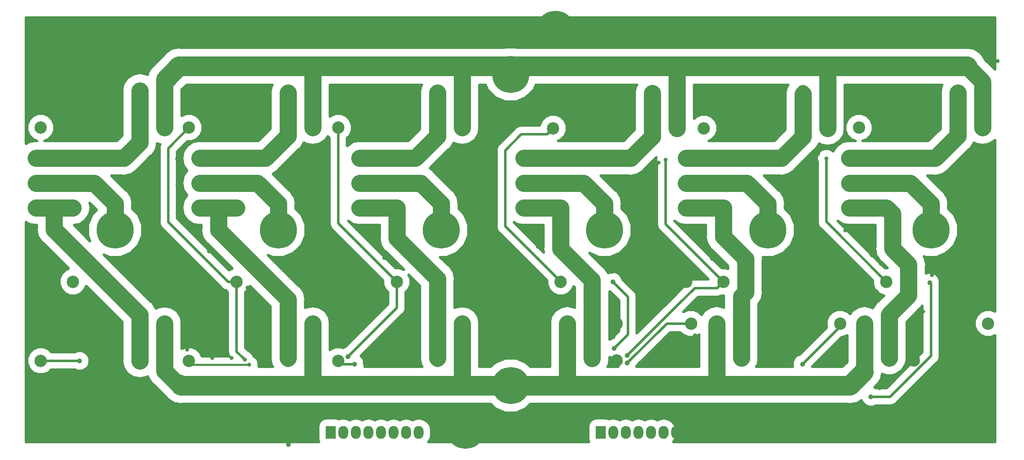
<source format=gbr>
%TF.GenerationSoftware,KiCad,Pcbnew,(6.0.0-rc1-dev-882-gdbc9130da)*%
%TF.CreationDate,2019-10-30T14:39:13+08:00*%
%TF.ProjectId,AntennaSwitch_6x2_RelayBoard,416E74656E6E615377697463685F3678,rev?*%
%TF.SameCoordinates,Original*%
%TF.FileFunction,Copper,L1,Top,Signal*%
%TF.FilePolarity,Positive*%
%FSLAX46Y46*%
G04 Gerber Fmt 4.6, Leading zero omitted, Abs format (unit mm)*
G04 Created by KiCad (PCBNEW (6.0.0-rc1-dev-882-gdbc9130da)) date 2019/10/30 14:39:13*
%MOMM*%
%LPD*%
G01*
G04 APERTURE LIST*
%ADD10C,2.500000*%
%ADD11R,2.000000X2.600000*%
%ADD12O,2.000000X2.600000*%
%ADD13C,0.800000*%
%ADD14C,7.500000*%
%ADD15C,1.000000*%
%ADD16C,0.508000*%
%ADD17C,0.381000*%
%ADD18C,3.500000*%
%ADD19C,4.000000*%
%ADD20C,0.350000*%
G04 APERTURE END LIST*
D10*
X221580000Y-121446000D03*
X226580000Y-121446000D03*
X231580000Y-121446000D03*
X221580000Y-113946000D03*
X226580000Y-113946000D03*
X231580000Y-113946000D03*
X246580000Y-121446000D03*
X246580000Y-113946000D03*
X191660000Y-121446000D03*
X196660000Y-121446000D03*
X201660000Y-121446000D03*
X191660000Y-113946000D03*
X196660000Y-113946000D03*
X201660000Y-113946000D03*
X216660000Y-121446000D03*
X216660000Y-113946000D03*
X161480000Y-121446000D03*
X166480000Y-121446000D03*
X171480000Y-121446000D03*
X161480000Y-113946000D03*
X166480000Y-113946000D03*
X171480000Y-113946000D03*
X186480000Y-121446000D03*
X186480000Y-113946000D03*
X140189000Y-114000000D03*
X135189000Y-114000000D03*
X130189000Y-114000000D03*
X140189000Y-121500000D03*
X135189000Y-121500000D03*
X130189000Y-121500000D03*
X115189000Y-114000000D03*
X115189000Y-121500000D03*
X109963000Y-114000000D03*
X104963000Y-114000000D03*
X99963000Y-114000000D03*
X109963000Y-121500000D03*
X104963000Y-121500000D03*
X99963000Y-121500000D03*
X84963000Y-114000000D03*
X84963000Y-121500000D03*
X79991000Y-114000000D03*
X74991000Y-114000000D03*
X69991000Y-114000000D03*
X79991000Y-121500000D03*
X74991000Y-121500000D03*
X69991000Y-121500000D03*
X54991000Y-114000000D03*
X54991000Y-121500000D03*
X218500000Y-80500000D03*
X218500000Y-85500000D03*
X218500000Y-90500000D03*
X226000000Y-80500000D03*
X226000000Y-85500000D03*
X226000000Y-90500000D03*
X218500000Y-105500000D03*
X226000000Y-105500000D03*
X185500000Y-80500000D03*
X185500000Y-85500000D03*
X185500000Y-90500000D03*
X193000000Y-80500000D03*
X193000000Y-85500000D03*
X193000000Y-90500000D03*
X185500000Y-105500000D03*
X193000000Y-105500000D03*
X152647000Y-80500000D03*
X152647000Y-85500000D03*
X152647000Y-90500000D03*
X160147000Y-80500000D03*
X160147000Y-85500000D03*
X160147000Y-90500000D03*
X152647000Y-105500000D03*
X160147000Y-105500000D03*
X119500000Y-80500000D03*
X119500000Y-85500000D03*
X119500000Y-90500000D03*
X127000000Y-80500000D03*
X127000000Y-85500000D03*
X127000000Y-90500000D03*
X119500000Y-105500000D03*
X127000000Y-105500000D03*
X87115000Y-80500000D03*
X87115000Y-85500000D03*
X87115000Y-90500000D03*
X94615000Y-80500000D03*
X94615000Y-85500000D03*
X94615000Y-90500000D03*
X87115000Y-105500000D03*
X94615000Y-105500000D03*
X54000000Y-80500000D03*
X54000000Y-85500000D03*
X54000000Y-90500000D03*
X61500000Y-80500000D03*
X61500000Y-85500000D03*
X61500000Y-90500000D03*
X54000000Y-105500000D03*
X61500000Y-105500000D03*
X245472000Y-66787000D03*
X240472000Y-66787000D03*
X235472000Y-66787000D03*
X245472000Y-74287000D03*
X240472000Y-74287000D03*
X235472000Y-74287000D03*
X220472000Y-66787000D03*
X220472000Y-74287000D03*
X214103000Y-66914000D03*
X209103000Y-66914000D03*
X204103000Y-66914000D03*
X214103000Y-74414000D03*
X209103000Y-74414000D03*
X204103000Y-74414000D03*
X189103000Y-66914000D03*
X189103000Y-74414000D03*
X183623000Y-66914000D03*
X178623000Y-66914000D03*
X173623000Y-66914000D03*
X183623000Y-74414000D03*
X178623000Y-74414000D03*
X173623000Y-74414000D03*
X158623000Y-66914000D03*
X158623000Y-74414000D03*
X140189000Y-66787000D03*
X135189000Y-66787000D03*
X130189000Y-66787000D03*
X140189000Y-74287000D03*
X135189000Y-74287000D03*
X130189000Y-74287000D03*
X115189000Y-66787000D03*
X115189000Y-74287000D03*
X109963000Y-66787000D03*
X104963000Y-66787000D03*
X99963000Y-66787000D03*
X109963000Y-74287000D03*
X104963000Y-74287000D03*
X99963000Y-74287000D03*
X84963000Y-66787000D03*
X84963000Y-74287000D03*
X79991000Y-66787000D03*
X74991000Y-66787000D03*
X69991000Y-66787000D03*
X79991000Y-74287000D03*
X74991000Y-74287000D03*
X69991000Y-74287000D03*
X54991000Y-66787000D03*
X54991000Y-74287000D03*
D11*
X168275000Y-136017000D03*
D12*
X170815000Y-136017000D03*
X173355000Y-136017000D03*
X175895000Y-136017000D03*
X178435000Y-136017000D03*
X180975000Y-136017000D03*
X183515000Y-136017000D03*
X186055000Y-136017000D03*
D11*
X113665000Y-136017000D03*
D12*
X116205000Y-136017000D03*
X118745000Y-136017000D03*
X121285000Y-136017000D03*
X123825000Y-136017000D03*
X126365000Y-136017000D03*
X128905000Y-136017000D03*
X131445000Y-136017000D03*
D13*
X138498430Y-136995000D03*
X138498430Y-134245000D03*
X140880000Y-132870000D03*
X143261570Y-134245000D03*
X143261570Y-136995000D03*
X140880000Y-138370000D03*
D14*
X140880000Y-135620000D03*
X150000000Y-126500000D03*
D13*
X245495000Y-106501570D03*
X242745000Y-106501570D03*
X241370000Y-104120000D03*
X242745000Y-101738430D03*
X245495000Y-101738430D03*
X246870000Y-104120000D03*
D14*
X244120000Y-104120000D03*
X235000000Y-95000000D03*
D13*
X212495000Y-106501570D03*
X209745000Y-106501570D03*
X208370000Y-104120000D03*
X209745000Y-101738430D03*
X212495000Y-101738430D03*
X213870000Y-104120000D03*
D14*
X211120000Y-104120000D03*
X202000000Y-95000000D03*
D13*
X179495000Y-106501570D03*
X176745000Y-106501570D03*
X175370000Y-104120000D03*
X176745000Y-101738430D03*
X179495000Y-101738430D03*
X180870000Y-104120000D03*
D14*
X178120000Y-104120000D03*
X169000000Y-95000000D03*
D13*
X146495000Y-106501570D03*
X143745000Y-106501570D03*
X142370000Y-104120000D03*
X143745000Y-101738430D03*
X146495000Y-101738430D03*
X147870000Y-104120000D03*
D14*
X145120000Y-104120000D03*
X136000000Y-95000000D03*
D13*
X113495000Y-106501570D03*
X110745000Y-106501570D03*
X109370000Y-104120000D03*
X110745000Y-101738430D03*
X113495000Y-101738430D03*
X114870000Y-104120000D03*
D14*
X112120000Y-104120000D03*
X103000000Y-95000000D03*
D13*
X80495000Y-106501570D03*
X77745000Y-106501570D03*
X76370000Y-104120000D03*
X77745000Y-101738430D03*
X80495000Y-101738430D03*
X81870000Y-104120000D03*
D14*
X79120000Y-104120000D03*
X70000000Y-95000000D03*
D13*
X161501570Y-53005000D03*
X161501570Y-55755000D03*
X159120000Y-57130000D03*
X156738430Y-55755000D03*
X156738430Y-53005000D03*
X159120000Y-51630000D03*
D14*
X159120000Y-54380000D03*
X150000000Y-63500000D03*
D13*
X244655000Y-137303000D03*
X247855000Y-137303000D03*
X52324000Y-137176000D03*
D15*
X104965500Y-136144000D03*
X105092500Y-138430000D03*
D13*
X171059868Y-132197868D03*
X176457368Y-132134368D03*
X182979767Y-130945969D03*
X188331868Y-130927868D03*
X193647767Y-130945969D03*
X197993000Y-132080000D03*
X134366000Y-132080000D03*
X130175000Y-131064000D03*
X124931798Y-131064000D03*
X119507000Y-131064000D03*
X114263798Y-130810000D03*
X108829868Y-130946132D03*
X53340000Y-52705000D03*
X56540000Y-52705000D03*
X59740000Y-52705000D03*
X62940000Y-52705000D03*
X66140000Y-52705000D03*
X69340000Y-52705000D03*
X72540000Y-52705000D03*
X75740000Y-52705000D03*
X78940000Y-52705000D03*
X82140000Y-52705000D03*
X85340000Y-52705000D03*
X88540000Y-52705000D03*
X91740000Y-52705000D03*
X94940000Y-52705000D03*
X98140000Y-52705000D03*
X101340000Y-52705000D03*
X104540000Y-52705000D03*
X107740000Y-52705000D03*
X110940000Y-52705000D03*
X114140000Y-52705000D03*
X117340000Y-52705000D03*
X120540000Y-52705000D03*
X123740000Y-52705000D03*
X126940000Y-52705000D03*
X130140000Y-52705000D03*
X133340000Y-52705000D03*
X136540000Y-52705000D03*
X139740000Y-52705000D03*
X142940000Y-52705000D03*
X146140000Y-52705000D03*
X149340000Y-52705000D03*
X152540000Y-52705000D03*
X165340000Y-52705000D03*
X168540000Y-52705000D03*
X171740000Y-52705000D03*
X174940000Y-52705000D03*
X178140000Y-52705000D03*
X181340000Y-52705000D03*
X184540000Y-52705000D03*
X187740000Y-52705000D03*
X190940000Y-52705000D03*
X194140000Y-52705000D03*
X197340000Y-52705000D03*
X200540000Y-52705000D03*
X203740000Y-52705000D03*
X206940000Y-52705000D03*
X210140000Y-52705000D03*
X213340000Y-52705000D03*
X216540000Y-52705000D03*
X219740000Y-52705000D03*
X222940000Y-52705000D03*
X226140000Y-52705000D03*
X229340000Y-52705000D03*
X232540000Y-52705000D03*
X235740000Y-52705000D03*
X238940000Y-52705000D03*
X242140000Y-52705000D03*
X55524000Y-137176000D03*
X58724000Y-137176000D03*
X61924000Y-137176000D03*
X65124000Y-137176000D03*
X68324000Y-137176000D03*
X71524000Y-137176000D03*
X74724000Y-137176000D03*
X77924000Y-137176000D03*
X81124000Y-137176000D03*
X84324000Y-137176000D03*
X87524000Y-137176000D03*
X90724000Y-137176000D03*
X93924000Y-137176000D03*
X97124000Y-137176000D03*
X100324000Y-137176000D03*
X135524000Y-137176000D03*
X164324000Y-137176000D03*
X189924000Y-137176000D03*
X193124000Y-137176000D03*
X196324000Y-137176000D03*
X199524000Y-137176000D03*
X202724000Y-137176000D03*
X205924000Y-137176000D03*
X209124000Y-137176000D03*
X212324000Y-137176000D03*
X215524000Y-137176000D03*
X218724000Y-137176000D03*
X221924000Y-137176000D03*
X225124000Y-137176000D03*
X228324000Y-137176000D03*
X231524000Y-137176000D03*
X234724000Y-137176000D03*
X237924000Y-137176000D03*
X241124000Y-137176000D03*
X120523000Y-121920000D03*
X124206000Y-121920000D03*
X127889000Y-121920000D03*
X93599000Y-120904000D03*
X89662000Y-120904000D03*
X84582000Y-117729000D03*
X80264000Y-109347000D03*
X70485000Y-117729000D03*
X67945000Y-111633000D03*
X64643000Y-108204000D03*
X73279000Y-103505000D03*
X71374000Y-101473000D03*
X76962000Y-127635000D03*
X79629000Y-129794000D03*
X84963000Y-130556000D03*
X94869000Y-130556000D03*
X145542000Y-121920000D03*
X154940000Y-121920000D03*
X154940000Y-131191000D03*
X145161000Y-131191000D03*
X158750000Y-130683000D03*
X165227000Y-130683000D03*
X176149000Y-121920000D03*
X180594000Y-121920000D03*
X183896000Y-121920000D03*
X204978000Y-121920000D03*
X212979000Y-121920000D03*
X200787000Y-130937000D03*
X207899000Y-131064000D03*
X215392000Y-131064000D03*
X224663000Y-127000000D03*
X217170000Y-117983000D03*
X219202000Y-110109000D03*
X223266000Y-109855000D03*
X221361000Y-109347000D03*
X220853000Y-131191000D03*
X73152000Y-84836000D03*
X75311000Y-82423000D03*
X78613000Y-79502000D03*
X68072000Y-76454000D03*
X57785000Y-76454000D03*
X65151000Y-76454000D03*
X74549000Y-90170000D03*
X65659000Y-91313000D03*
X63627000Y-94234000D03*
X52959000Y-94869000D03*
X78232000Y-108966000D03*
X61595000Y-76581000D03*
X52070000Y-76708000D03*
X70358000Y-70866000D03*
X71501000Y-63373000D03*
X74803000Y-62357000D03*
X77343000Y-61214000D03*
X80899000Y-57658000D03*
X90170000Y-57150000D03*
X101346000Y-57150000D03*
X112268000Y-57150000D03*
X122047000Y-57150000D03*
X127635000Y-57150000D03*
X168021000Y-57023000D03*
X176149000Y-57023000D03*
X188341000Y-57023000D03*
X202057000Y-57023000D03*
X213487000Y-57023000D03*
X229235000Y-57023000D03*
X241554000Y-56896000D03*
X246761000Y-58547000D03*
X248539000Y-60833000D03*
X245745000Y-78613000D03*
X235331000Y-71501000D03*
X235331000Y-69469000D03*
X242062000Y-81407000D03*
X239141000Y-84455000D03*
X236855000Y-84709000D03*
X223520000Y-76200000D03*
X228092000Y-76200000D03*
X232791000Y-76200000D03*
X238379000Y-87122000D03*
X235204000Y-104140000D03*
X224917000Y-101854000D03*
X221615000Y-97282000D03*
X220091000Y-95250000D03*
X217678000Y-95123000D03*
X224028000Y-107442000D03*
X129921000Y-71374000D03*
X129921000Y-69596000D03*
X144399000Y-69723000D03*
X144526000Y-72771000D03*
X118110000Y-66040000D03*
X126619000Y-66040000D03*
X88900000Y-66548000D03*
X96520000Y-66548000D03*
X163576000Y-66802000D03*
X170053000Y-66802000D03*
X192278000Y-66548000D03*
X196723000Y-66548000D03*
X201041000Y-66548000D03*
X224155000Y-66294000D03*
X231902000Y-66421000D03*
X105537000Y-103124000D03*
X104394000Y-84328000D03*
X106807000Y-86614000D03*
X107823000Y-90170000D03*
X107315000Y-80772000D03*
X98044000Y-76454000D03*
X90678000Y-76327000D03*
X96774000Y-106680000D03*
X99314000Y-109220000D03*
X100711000Y-111506000D03*
X100584000Y-116586000D03*
X100584000Y-118872000D03*
X84582000Y-119253000D03*
X83312000Y-110490000D03*
X72644000Y-125349000D03*
X75438000Y-125984000D03*
X118999000Y-94869000D03*
X122047000Y-94996000D03*
X122301000Y-97409000D03*
X124460000Y-100711000D03*
X130683000Y-108331000D03*
X130683000Y-110744000D03*
X130810000Y-116459000D03*
X130810000Y-118999000D03*
X144526000Y-120015000D03*
X144526000Y-115316000D03*
X144145000Y-110871000D03*
X139573000Y-109474000D03*
X139573000Y-105537000D03*
X139319000Y-102743000D03*
X140589000Y-90551000D03*
X139827000Y-86487000D03*
X136652000Y-83439000D03*
X137668000Y-80772000D03*
X139192000Y-78613000D03*
X143764000Y-77470000D03*
X123825000Y-75819000D03*
X118237000Y-75692000D03*
X127381000Y-75819000D03*
X162052000Y-109601000D03*
X155575000Y-94615000D03*
X155575000Y-98425000D03*
X170561000Y-103505000D03*
X170688000Y-109220000D03*
X170815000Y-116713000D03*
X157353000Y-121920000D03*
X157480000Y-118618000D03*
X157353000Y-114300000D03*
X158496000Y-110744000D03*
X201168000Y-118999000D03*
X201168000Y-116586000D03*
X201041000Y-111125000D03*
X202057000Y-107823000D03*
X202184000Y-103632000D03*
X185293000Y-94742000D03*
X188341000Y-94742000D03*
X188341000Y-97663000D03*
X190754000Y-100838000D03*
X192151000Y-109474000D03*
X187325000Y-118872000D03*
X187325000Y-116332000D03*
X231394000Y-118618000D03*
X231394000Y-116586000D03*
X233426000Y-111506000D03*
X223012000Y-100076000D03*
X162687000Y-76200000D03*
X165481000Y-76200000D03*
X170307000Y-76073000D03*
X196342000Y-76200000D03*
X200914000Y-76073000D03*
X204724000Y-71628000D03*
X204724000Y-69469000D03*
X219202000Y-69088000D03*
X219202000Y-71501000D03*
X212217000Y-79629000D03*
X209677000Y-82042000D03*
X206502000Y-84836000D03*
X204089000Y-85090000D03*
X206248000Y-88011000D03*
X206502000Y-90551000D03*
X173482000Y-90678000D03*
X173228000Y-87884000D03*
X171069000Y-85090000D03*
X174244000Y-84963000D03*
X178562000Y-83185000D03*
X179959000Y-81407000D03*
X239776000Y-91313000D03*
X114427000Y-116332000D03*
X114427000Y-118491000D03*
X114046000Y-110871000D03*
X110871000Y-109601000D03*
X86487000Y-96012000D03*
X89027000Y-99314000D03*
X91948000Y-101854000D03*
X82550000Y-80645000D03*
X82677000Y-85979000D03*
X82677000Y-91567000D03*
D15*
X62865000Y-121539000D03*
D13*
X96265998Y-121285000D03*
X97155000Y-122301000D03*
D15*
X117094000Y-120650000D03*
X118491000Y-122174000D03*
X173609000Y-121920000D03*
X209042000Y-122174000D03*
X170942000Y-118999000D03*
X170688000Y-105537000D03*
D13*
X181356000Y-80772000D03*
D15*
X173609000Y-120396000D03*
D13*
X213868000Y-80518000D03*
D15*
X222885000Y-128778000D03*
X234823000Y-105664000D03*
D16*
X55030000Y-121539000D02*
X54991000Y-121500000D01*
X62865000Y-121539000D02*
X55030000Y-121539000D01*
X94615000Y-119634002D02*
X95865999Y-120885001D01*
X95865999Y-120885001D02*
X96265998Y-121285000D01*
X94615000Y-105500000D02*
X94615000Y-119634002D01*
X84963000Y-74287000D02*
X80764000Y-78486000D01*
X80764000Y-78486000D02*
X80764000Y-91821000D01*
X80764000Y-93416766D02*
X80764000Y-92202000D01*
X92847234Y-105500000D02*
X80764000Y-93416766D01*
X94615000Y-105500000D02*
X92847234Y-105500000D01*
X80764000Y-91821000D02*
X80764000Y-92202000D01*
D17*
X85764000Y-122301000D02*
X84963000Y-121500000D01*
X97155000Y-122301000D02*
X85764000Y-122301000D01*
D16*
X115189000Y-93689000D02*
X127000000Y-105500000D01*
X115189000Y-74287000D02*
X115189000Y-93689000D01*
X117593999Y-120150001D02*
X117094000Y-120650000D01*
X127000000Y-110744000D02*
X117593999Y-120150001D01*
X127000000Y-105500000D02*
X127000000Y-110744000D01*
X115863000Y-122174000D02*
X115189000Y-121500000D01*
X118491000Y-122174000D02*
X115863000Y-122174000D01*
X181583000Y-113946000D02*
X186480000Y-113946000D01*
X173609000Y-121920000D02*
X181583000Y-113946000D01*
X216660000Y-114556000D02*
X216660000Y-113946000D01*
X209042000Y-122174000D02*
X216660000Y-114556000D01*
D18*
X183623000Y-74414000D02*
X183623000Y-62303010D01*
D19*
X202311000Y-61849000D02*
X213813990Y-61849000D01*
D18*
X214103000Y-62138010D02*
X213813990Y-61849000D01*
X214103000Y-74414000D02*
X214103000Y-62138010D01*
D19*
X184077010Y-61849000D02*
X194818000Y-61849000D01*
X200152000Y-61849000D02*
X202311000Y-61849000D01*
X194818000Y-61849000D02*
X200152000Y-61849000D01*
D18*
X242628634Y-62175868D02*
X242628634Y-61849000D01*
X245472000Y-65019234D02*
X242628634Y-62175868D01*
X245472000Y-66787000D02*
X245472000Y-65019234D01*
D19*
X200152000Y-61849000D02*
X242316000Y-61849000D01*
D18*
X245472000Y-66787000D02*
X245472000Y-74287000D01*
D19*
X194818000Y-61849000D02*
X173482000Y-61849000D01*
X173482000Y-61849000D02*
X147828000Y-61849000D01*
D18*
X140189000Y-61995000D02*
X140335000Y-61849000D01*
X140189000Y-74287000D02*
X140189000Y-61995000D01*
D19*
X109982000Y-61849000D02*
X140335000Y-61849000D01*
X140335000Y-61849000D02*
X173482000Y-61849000D01*
D18*
X109963000Y-61868000D02*
X109982000Y-61849000D01*
X109963000Y-74287000D02*
X109963000Y-61868000D01*
X79991000Y-74287000D02*
X79991000Y-66787000D01*
X79991000Y-66787000D02*
X79991000Y-65019234D01*
D19*
X82931000Y-61849000D02*
X109982000Y-61849000D01*
X80264000Y-64516000D02*
X82931000Y-61849000D01*
X109963000Y-126104001D02*
X110109000Y-126250001D01*
D18*
X221580000Y-113946000D02*
X221580000Y-121446000D01*
X221580000Y-123556002D02*
X221580000Y-113946000D01*
X191660000Y-113946000D02*
X191660000Y-126250001D01*
X161480000Y-126186001D02*
X161544000Y-126250001D01*
X161480000Y-113946000D02*
X161480000Y-126186001D01*
X140189000Y-126104001D02*
X140335000Y-126250001D01*
X140189000Y-114000000D02*
X140189000Y-126104001D01*
X109963000Y-114000000D02*
X109963000Y-126104001D01*
D19*
X218636002Y-126500000D02*
X221422683Y-123713319D01*
X150000000Y-126500000D02*
X218636002Y-126500000D01*
D18*
X82932998Y-126500000D02*
X79991000Y-123558002D01*
D19*
X83320000Y-126500000D02*
X83058000Y-126238000D01*
X150000000Y-126500000D02*
X83320000Y-126500000D01*
D18*
X79991000Y-123558002D02*
X79991000Y-114000000D01*
D16*
X158897001Y-104250001D02*
X160147000Y-105500000D01*
X148892990Y-94245990D02*
X158897001Y-104250001D01*
X148892990Y-78945039D02*
X148892990Y-94245990D01*
X152174030Y-75663999D02*
X148892990Y-78945039D01*
X157373001Y-75663999D02*
X152174030Y-75663999D01*
X158623000Y-74414000D02*
X157373001Y-75663999D01*
X173736000Y-116205000D02*
X173736000Y-108585000D01*
X170942000Y-118999000D02*
X173736000Y-116205000D01*
X173736000Y-108585000D02*
X170688000Y-105537000D01*
X181356000Y-93856000D02*
X193000000Y-105500000D01*
X181356000Y-80772000D02*
X181356000Y-93856000D01*
X187255001Y-106749999D02*
X183896000Y-110109000D01*
X191750001Y-106749999D02*
X187255001Y-106749999D01*
X193000000Y-105500000D02*
X191750001Y-106749999D01*
X173609000Y-120396000D02*
X183896000Y-110109000D01*
X213868000Y-93368000D02*
X226000000Y-105500000D01*
X213868000Y-80518000D02*
X213868000Y-93368000D01*
X226774658Y-128778000D02*
X222885000Y-128778000D01*
X235077000Y-120475658D02*
X226774658Y-128778000D01*
X234823000Y-105664000D02*
X235077000Y-105918000D01*
X235077000Y-105918000D02*
X235077000Y-120475658D01*
D18*
X70000000Y-89696700D02*
X70000000Y-95000000D01*
X65803300Y-85500000D02*
X70000000Y-89696700D01*
X54000000Y-85500000D02*
X65803300Y-85500000D01*
X103000000Y-89696700D02*
X103000000Y-95000000D01*
X98803300Y-85500000D02*
X103000000Y-89696700D01*
X87115000Y-85500000D02*
X98803300Y-85500000D01*
X136000000Y-89696700D02*
X136000000Y-95000000D01*
X131803300Y-85500000D02*
X136000000Y-89696700D01*
X119500000Y-85500000D02*
X131803300Y-85500000D01*
X169000000Y-89696700D02*
X169000000Y-95000000D01*
X164803300Y-85500000D02*
X169000000Y-89696700D01*
X152647000Y-85500000D02*
X164803300Y-85500000D01*
X202000000Y-89696700D02*
X202000000Y-95000000D01*
X197803300Y-85500000D02*
X202000000Y-89696700D01*
X185500000Y-85500000D02*
X197803300Y-85500000D01*
X235000000Y-89696700D02*
X235000000Y-95000000D01*
X230803300Y-85500000D02*
X235000000Y-89696700D01*
X218500000Y-85500000D02*
X230803300Y-85500000D01*
X74991000Y-68554766D02*
X74991000Y-66787000D01*
X74991000Y-77340998D02*
X74991000Y-68554766D01*
X71831998Y-80500000D02*
X74991000Y-77340998D01*
X54000000Y-80500000D02*
X71831998Y-80500000D01*
X104963000Y-75947002D02*
X104963000Y-67249000D01*
X87115000Y-80500000D02*
X100410002Y-80500000D01*
X100410002Y-80500000D02*
X104963000Y-75947002D01*
X135189000Y-76054766D02*
X135189000Y-67249000D01*
X119500000Y-80500000D02*
X130743766Y-80500000D01*
X130743766Y-80500000D02*
X135189000Y-76054766D01*
X178623000Y-76181766D02*
X178623000Y-67376000D01*
X152647000Y-80500000D02*
X174304766Y-80500000D01*
X174304766Y-80500000D02*
X178623000Y-76181766D01*
X209103000Y-76181766D02*
X209103000Y-67503000D01*
X185500000Y-80500000D02*
X204784766Y-80500000D01*
X204784766Y-80500000D02*
X209103000Y-76181766D01*
X240472000Y-75947002D02*
X240472000Y-68554766D01*
X235919002Y-80500000D02*
X240472000Y-75947002D01*
X218500000Y-80500000D02*
X235919002Y-80500000D01*
X240472000Y-74287000D02*
X240472000Y-67249000D01*
X74991000Y-121500000D02*
X74991000Y-114000000D01*
X57658000Y-94899234D02*
X57658000Y-90500000D01*
X74991000Y-112232234D02*
X57658000Y-94899234D01*
X74991000Y-114000000D02*
X74991000Y-112232234D01*
X54000000Y-90500000D02*
X57658000Y-90500000D01*
X57658000Y-90500000D02*
X61500000Y-90500000D01*
X87115000Y-90500000D02*
X90932000Y-90500000D01*
X90932000Y-90500000D02*
X94615000Y-90500000D01*
X90932000Y-95054998D02*
X90932000Y-90500000D01*
X104963000Y-109085998D02*
X90932000Y-95054998D01*
X104963000Y-120965000D02*
X104963000Y-109085998D01*
X119500000Y-90500000D02*
X127000000Y-90500000D01*
X127000000Y-92267766D02*
X127000000Y-90500000D01*
X127000000Y-96705998D02*
X127000000Y-92267766D01*
X135189000Y-104894998D02*
X127000000Y-96705998D01*
X135189000Y-114000000D02*
X135189000Y-104894998D01*
X135189000Y-120965000D02*
X135189000Y-114000000D01*
X152647000Y-90500000D02*
X160147000Y-90500000D01*
X166480000Y-119678234D02*
X166497000Y-121031000D01*
X166480000Y-105172998D02*
X166480000Y-119678234D01*
X160147000Y-90500000D02*
X160147000Y-98839998D01*
X160147000Y-98839998D02*
X166480000Y-105172998D01*
X185500000Y-90500000D02*
X193000000Y-90500000D01*
X193000000Y-92267766D02*
X193000000Y-90500000D01*
X196660000Y-120967000D02*
X196660000Y-108500002D01*
X196660000Y-108500002D02*
X197500001Y-107660001D01*
X197500001Y-107660001D02*
X197500001Y-100860003D01*
X197500001Y-100860003D02*
X193000000Y-96360002D01*
X193000000Y-96360002D02*
X193000000Y-92267766D01*
X218500000Y-90500000D02*
X226000000Y-90500000D01*
X226580000Y-112178234D02*
X226580000Y-113946000D01*
X230500001Y-108258233D02*
X226580000Y-112178234D01*
X230500001Y-102034999D02*
X230500001Y-108258233D01*
X227249999Y-98784997D02*
X230500001Y-102034999D01*
X227249999Y-91749999D02*
X227249999Y-98784997D01*
X226000000Y-90500000D02*
X227249999Y-91749999D01*
X226580000Y-120916000D02*
X226580000Y-113946000D01*
D16*
G36*
X247976001Y-111521686D02*
X247131783Y-111172000D01*
X246028217Y-111172000D01*
X245008655Y-111594316D01*
X244228316Y-112374655D01*
X243806000Y-113394217D01*
X243806000Y-114497783D01*
X244228316Y-115517345D01*
X245008655Y-116297684D01*
X246028217Y-116720000D01*
X247131783Y-116720000D01*
X247976001Y-116370314D01*
X247976001Y-137976000D01*
X182902081Y-137976000D01*
X183352556Y-137301815D01*
X183499000Y-136565591D01*
X183499000Y-135468408D01*
X183352556Y-134732184D01*
X182794703Y-133897297D01*
X181959815Y-133339444D01*
X180975000Y-133143552D01*
X179990184Y-133339444D01*
X179705000Y-133529998D01*
X179419815Y-133339444D01*
X178435000Y-133143552D01*
X177450184Y-133339444D01*
X177165000Y-133529998D01*
X176879815Y-133339444D01*
X175895000Y-133143552D01*
X174910184Y-133339444D01*
X174625000Y-133529998D01*
X174339815Y-133339444D01*
X173355000Y-133143552D01*
X172370184Y-133339444D01*
X172085000Y-133529998D01*
X171799815Y-133339444D01*
X170815000Y-133143552D01*
X169927498Y-133320087D01*
X169869635Y-133281424D01*
X169275000Y-133163144D01*
X167275000Y-133163144D01*
X166680365Y-133281424D01*
X166176258Y-133618258D01*
X165839424Y-134122365D01*
X165721144Y-134717000D01*
X165721144Y-137317000D01*
X165839424Y-137911635D01*
X165882431Y-137976000D01*
X133372081Y-137976000D01*
X133822556Y-137301815D01*
X133969000Y-136565591D01*
X133969000Y-135468408D01*
X133822556Y-134732184D01*
X133264703Y-133897297D01*
X132429815Y-133339444D01*
X131445000Y-133143552D01*
X130460184Y-133339444D01*
X130175000Y-133529998D01*
X129889815Y-133339444D01*
X128905000Y-133143552D01*
X127920184Y-133339444D01*
X127635000Y-133529998D01*
X127349815Y-133339444D01*
X126365000Y-133143552D01*
X125380184Y-133339444D01*
X125095000Y-133529998D01*
X124809815Y-133339444D01*
X123825000Y-133143552D01*
X122840184Y-133339444D01*
X122555000Y-133529998D01*
X122269815Y-133339444D01*
X121285000Y-133143552D01*
X120300184Y-133339444D01*
X120015000Y-133529998D01*
X119729815Y-133339444D01*
X118745000Y-133143552D01*
X117760184Y-133339444D01*
X117475000Y-133529998D01*
X117189815Y-133339444D01*
X116205000Y-133143552D01*
X115317498Y-133320087D01*
X115259635Y-133281424D01*
X114665000Y-133163144D01*
X112665000Y-133163144D01*
X112070365Y-133281424D01*
X111566258Y-133618258D01*
X111229424Y-134122365D01*
X111111144Y-134717000D01*
X111111144Y-137317000D01*
X111229424Y-137911635D01*
X111272431Y-137976000D01*
X52024000Y-137976000D01*
X52024000Y-120948217D01*
X52217000Y-120948217D01*
X52217000Y-122051783D01*
X52639316Y-123071345D01*
X53419655Y-123851684D01*
X54439217Y-124274000D01*
X55542783Y-124274000D01*
X56562345Y-123851684D01*
X57097029Y-123317000D01*
X61868503Y-123317000D01*
X62462401Y-123563000D01*
X63267599Y-123563000D01*
X64011504Y-123254865D01*
X64580865Y-122685504D01*
X64889000Y-121941599D01*
X64889000Y-121136401D01*
X64580865Y-120392496D01*
X64011504Y-119823135D01*
X63267599Y-119515000D01*
X62462401Y-119515000D01*
X61868503Y-119761000D01*
X57175029Y-119761000D01*
X56562345Y-119148316D01*
X55542783Y-118726000D01*
X54439217Y-118726000D01*
X53419655Y-119148316D01*
X52639316Y-119928655D01*
X52217000Y-120948217D01*
X52024000Y-120948217D01*
X52024000Y-93393903D01*
X52632807Y-93800695D01*
X53654889Y-94004000D01*
X54154000Y-94004000D01*
X54154000Y-94554122D01*
X54085353Y-94899234D01*
X54201731Y-95484302D01*
X54357305Y-96266426D01*
X55131757Y-97425477D01*
X55424333Y-97620970D01*
X60652042Y-102848680D01*
X59928655Y-103148316D01*
X59148316Y-103928655D01*
X58726000Y-104948217D01*
X58726000Y-106051783D01*
X59148316Y-107071345D01*
X59928655Y-107851684D01*
X60948217Y-108274000D01*
X62051783Y-108274000D01*
X63071345Y-107851684D01*
X63851684Y-107071345D01*
X64151320Y-106347958D01*
X71487000Y-113683638D01*
X71487000Y-114345110D01*
X71487001Y-114345115D01*
X71487000Y-121845110D01*
X71690305Y-122867192D01*
X72464757Y-124026243D01*
X73623807Y-124800695D01*
X74991000Y-125072647D01*
X76358192Y-124800695D01*
X76629484Y-124619424D01*
X76690305Y-124925194D01*
X77464757Y-126084245D01*
X77757332Y-126279737D01*
X80471434Y-128993841D01*
X80613517Y-129206483D01*
X81855262Y-130036190D01*
X82950265Y-130254000D01*
X82950269Y-130254000D01*
X83320000Y-130327544D01*
X83689731Y-130254000D01*
X145970168Y-130254000D01*
X146882234Y-131166066D01*
X148905186Y-132004000D01*
X151094814Y-132004000D01*
X153117766Y-131166066D01*
X154029832Y-130254000D01*
X218266271Y-130254000D01*
X218636002Y-130327544D01*
X219005733Y-130254000D01*
X219005737Y-130254000D01*
X220100740Y-130036190D01*
X220973770Y-129452850D01*
X221169135Y-129924504D01*
X221738496Y-130493865D01*
X222482401Y-130802000D01*
X223287599Y-130802000D01*
X223881497Y-130556000D01*
X226599542Y-130556000D01*
X226774658Y-130590833D01*
X226949774Y-130556000D01*
X226949775Y-130556000D01*
X227468399Y-130452839D01*
X228056525Y-130059867D01*
X228155723Y-129911406D01*
X236210408Y-121856722D01*
X236358867Y-121757525D01*
X236751839Y-121169399D01*
X236855000Y-120650775D01*
X236889833Y-120475658D01*
X236855000Y-120300541D01*
X236855000Y-106093115D01*
X236889833Y-105917999D01*
X236847000Y-105702665D01*
X236847000Y-105261401D01*
X236538865Y-104517496D01*
X235969504Y-103948135D01*
X235225599Y-103640000D01*
X234420401Y-103640000D01*
X234004001Y-103812478D01*
X234004001Y-102380110D01*
X234072648Y-102034999D01*
X233800696Y-100667806D01*
X233609372Y-100381470D01*
X233905186Y-100504000D01*
X236094814Y-100504000D01*
X238117766Y-99666066D01*
X239666066Y-98117766D01*
X240504000Y-96094814D01*
X240504000Y-93905186D01*
X239666066Y-91882234D01*
X238504000Y-90720168D01*
X238504000Y-90041810D01*
X238572647Y-89696699D01*
X238300695Y-88329507D01*
X238111708Y-88046668D01*
X237526243Y-87170457D01*
X237233670Y-86974967D01*
X234262703Y-84004000D01*
X235573891Y-84004000D01*
X235919002Y-84072647D01*
X236264113Y-84004000D01*
X237286195Y-83800695D01*
X238445245Y-83026243D01*
X238640738Y-82733668D01*
X242705670Y-78668735D01*
X242998243Y-78473245D01*
X243748864Y-77349861D01*
X244104808Y-77587695D01*
X245472000Y-77859647D01*
X246839193Y-77587695D01*
X247976000Y-76828105D01*
X247976001Y-111521686D01*
X247976001Y-111521686D01*
G37*
X247976001Y-111521686D02*
X247131783Y-111172000D01*
X246028217Y-111172000D01*
X245008655Y-111594316D01*
X244228316Y-112374655D01*
X243806000Y-113394217D01*
X243806000Y-114497783D01*
X244228316Y-115517345D01*
X245008655Y-116297684D01*
X246028217Y-116720000D01*
X247131783Y-116720000D01*
X247976001Y-116370314D01*
X247976001Y-137976000D01*
X182902081Y-137976000D01*
X183352556Y-137301815D01*
X183499000Y-136565591D01*
X183499000Y-135468408D01*
X183352556Y-134732184D01*
X182794703Y-133897297D01*
X181959815Y-133339444D01*
X180975000Y-133143552D01*
X179990184Y-133339444D01*
X179705000Y-133529998D01*
X179419815Y-133339444D01*
X178435000Y-133143552D01*
X177450184Y-133339444D01*
X177165000Y-133529998D01*
X176879815Y-133339444D01*
X175895000Y-133143552D01*
X174910184Y-133339444D01*
X174625000Y-133529998D01*
X174339815Y-133339444D01*
X173355000Y-133143552D01*
X172370184Y-133339444D01*
X172085000Y-133529998D01*
X171799815Y-133339444D01*
X170815000Y-133143552D01*
X169927498Y-133320087D01*
X169869635Y-133281424D01*
X169275000Y-133163144D01*
X167275000Y-133163144D01*
X166680365Y-133281424D01*
X166176258Y-133618258D01*
X165839424Y-134122365D01*
X165721144Y-134717000D01*
X165721144Y-137317000D01*
X165839424Y-137911635D01*
X165882431Y-137976000D01*
X133372081Y-137976000D01*
X133822556Y-137301815D01*
X133969000Y-136565591D01*
X133969000Y-135468408D01*
X133822556Y-134732184D01*
X133264703Y-133897297D01*
X132429815Y-133339444D01*
X131445000Y-133143552D01*
X130460184Y-133339444D01*
X130175000Y-133529998D01*
X129889815Y-133339444D01*
X128905000Y-133143552D01*
X127920184Y-133339444D01*
X127635000Y-133529998D01*
X127349815Y-133339444D01*
X126365000Y-133143552D01*
X125380184Y-133339444D01*
X125095000Y-133529998D01*
X124809815Y-133339444D01*
X123825000Y-133143552D01*
X122840184Y-133339444D01*
X122555000Y-133529998D01*
X122269815Y-133339444D01*
X121285000Y-133143552D01*
X120300184Y-133339444D01*
X120015000Y-133529998D01*
X119729815Y-133339444D01*
X118745000Y-133143552D01*
X117760184Y-133339444D01*
X117475000Y-133529998D01*
X117189815Y-133339444D01*
X116205000Y-133143552D01*
X115317498Y-133320087D01*
X115259635Y-133281424D01*
X114665000Y-133163144D01*
X112665000Y-133163144D01*
X112070365Y-133281424D01*
X111566258Y-133618258D01*
X111229424Y-134122365D01*
X111111144Y-134717000D01*
X111111144Y-137317000D01*
X111229424Y-137911635D01*
X111272431Y-137976000D01*
X52024000Y-137976000D01*
X52024000Y-120948217D01*
X52217000Y-120948217D01*
X52217000Y-122051783D01*
X52639316Y-123071345D01*
X53419655Y-123851684D01*
X54439217Y-124274000D01*
X55542783Y-124274000D01*
X56562345Y-123851684D01*
X57097029Y-123317000D01*
X61868503Y-123317000D01*
X62462401Y-123563000D01*
X63267599Y-123563000D01*
X64011504Y-123254865D01*
X64580865Y-122685504D01*
X64889000Y-121941599D01*
X64889000Y-121136401D01*
X64580865Y-120392496D01*
X64011504Y-119823135D01*
X63267599Y-119515000D01*
X62462401Y-119515000D01*
X61868503Y-119761000D01*
X57175029Y-119761000D01*
X56562345Y-119148316D01*
X55542783Y-118726000D01*
X54439217Y-118726000D01*
X53419655Y-119148316D01*
X52639316Y-119928655D01*
X52217000Y-120948217D01*
X52024000Y-120948217D01*
X52024000Y-93393903D01*
X52632807Y-93800695D01*
X53654889Y-94004000D01*
X54154000Y-94004000D01*
X54154000Y-94554122D01*
X54085353Y-94899234D01*
X54201731Y-95484302D01*
X54357305Y-96266426D01*
X55131757Y-97425477D01*
X55424333Y-97620970D01*
X60652042Y-102848680D01*
X59928655Y-103148316D01*
X59148316Y-103928655D01*
X58726000Y-104948217D01*
X58726000Y-106051783D01*
X59148316Y-107071345D01*
X59928655Y-107851684D01*
X60948217Y-108274000D01*
X62051783Y-108274000D01*
X63071345Y-107851684D01*
X63851684Y-107071345D01*
X64151320Y-106347958D01*
X71487000Y-113683638D01*
X71487000Y-114345110D01*
X71487001Y-114345115D01*
X71487000Y-121845110D01*
X71690305Y-122867192D01*
X72464757Y-124026243D01*
X73623807Y-124800695D01*
X74991000Y-125072647D01*
X76358192Y-124800695D01*
X76629484Y-124619424D01*
X76690305Y-124925194D01*
X77464757Y-126084245D01*
X77757332Y-126279737D01*
X80471434Y-128993841D01*
X80613517Y-129206483D01*
X81855262Y-130036190D01*
X82950265Y-130254000D01*
X82950269Y-130254000D01*
X83320000Y-130327544D01*
X83689731Y-130254000D01*
X145970168Y-130254000D01*
X146882234Y-131166066D01*
X148905186Y-132004000D01*
X151094814Y-132004000D01*
X153117766Y-131166066D01*
X154029832Y-130254000D01*
X218266271Y-130254000D01*
X218636002Y-130327544D01*
X219005733Y-130254000D01*
X219005737Y-130254000D01*
X220100740Y-130036190D01*
X220973770Y-129452850D01*
X221169135Y-129924504D01*
X221738496Y-130493865D01*
X222482401Y-130802000D01*
X223287599Y-130802000D01*
X223881497Y-130556000D01*
X226599542Y-130556000D01*
X226774658Y-130590833D01*
X226949774Y-130556000D01*
X226949775Y-130556000D01*
X227468399Y-130452839D01*
X228056525Y-130059867D01*
X228155723Y-129911406D01*
X236210408Y-121856722D01*
X236358867Y-121757525D01*
X236751839Y-121169399D01*
X236855000Y-120650775D01*
X236889833Y-120475658D01*
X236855000Y-120300541D01*
X236855000Y-106093115D01*
X236889833Y-105917999D01*
X236847000Y-105702665D01*
X236847000Y-105261401D01*
X236538865Y-104517496D01*
X235969504Y-103948135D01*
X235225599Y-103640000D01*
X234420401Y-103640000D01*
X234004001Y-103812478D01*
X234004001Y-102380110D01*
X234072648Y-102034999D01*
X233800696Y-100667806D01*
X233609372Y-100381470D01*
X233905186Y-100504000D01*
X236094814Y-100504000D01*
X238117766Y-99666066D01*
X239666066Y-98117766D01*
X240504000Y-96094814D01*
X240504000Y-93905186D01*
X239666066Y-91882234D01*
X238504000Y-90720168D01*
X238504000Y-90041810D01*
X238572647Y-89696699D01*
X238300695Y-88329507D01*
X238111708Y-88046668D01*
X237526243Y-87170457D01*
X237233670Y-86974967D01*
X234262703Y-84004000D01*
X235573891Y-84004000D01*
X235919002Y-84072647D01*
X236264113Y-84004000D01*
X237286195Y-83800695D01*
X238445245Y-83026243D01*
X238640738Y-82733668D01*
X242705670Y-78668735D01*
X242998243Y-78473245D01*
X243748864Y-77349861D01*
X244104808Y-77587695D01*
X245472000Y-77859647D01*
X246839193Y-77587695D01*
X247976000Y-76828105D01*
X247976001Y-111521686D01*
G36*
X233299001Y-119739185D02*
X226038187Y-127000000D01*
X223881497Y-127000000D01*
X223572818Y-126872141D01*
X224338603Y-126106356D01*
X224958873Y-125178057D01*
X225157456Y-124179711D01*
X225212807Y-124216695D01*
X225609920Y-124295686D01*
X225982467Y-124450000D01*
X226385709Y-124450000D01*
X226580000Y-124488647D01*
X226774291Y-124450000D01*
X227177533Y-124450000D01*
X227550081Y-124295686D01*
X227947192Y-124216695D01*
X229106243Y-123442243D01*
X229880695Y-122283193D01*
X230084000Y-121261111D01*
X230084000Y-113629637D01*
X232733671Y-110979967D01*
X233026244Y-110784476D01*
X233299000Y-110376267D01*
X233299001Y-119739185D01*
X233299001Y-119739185D01*
G37*
X233299001Y-119739185D02*
X226038187Y-127000000D01*
X223881497Y-127000000D01*
X223572818Y-126872141D01*
X224338603Y-126106356D01*
X224958873Y-125178057D01*
X225157456Y-124179711D01*
X225212807Y-124216695D01*
X225609920Y-124295686D01*
X225982467Y-124450000D01*
X226385709Y-124450000D01*
X226580000Y-124488647D01*
X226774291Y-124450000D01*
X227177533Y-124450000D01*
X227550081Y-124295686D01*
X227947192Y-124216695D01*
X229106243Y-123442243D01*
X229880695Y-122283193D01*
X230084000Y-121261111D01*
X230084000Y-113629637D01*
X232733671Y-110979967D01*
X233026244Y-110784476D01*
X233299000Y-110376267D01*
X233299001Y-119739185D01*
G36*
X184908655Y-116297684D02*
X185928217Y-116720000D01*
X187031783Y-116720000D01*
X188051345Y-116297684D01*
X188156000Y-116193029D01*
X188156001Y-122746000D01*
X175457622Y-122746000D01*
X175570865Y-122472606D01*
X182319472Y-115724000D01*
X184334971Y-115724000D01*
X184908655Y-116297684D01*
X184908655Y-116297684D01*
G37*
X184908655Y-116297684D02*
X185928217Y-116720000D01*
X187031783Y-116720000D01*
X188051345Y-116297684D01*
X188156000Y-116193029D01*
X188156001Y-122746000D01*
X175457622Y-122746000D01*
X175570865Y-122472606D01*
X182319472Y-115724000D01*
X184334971Y-115724000D01*
X184908655Y-116297684D01*
G36*
X237171306Y-65881807D02*
X236968001Y-66903889D01*
X236968001Y-72127413D01*
X236968000Y-74495598D01*
X234467599Y-76996000D01*
X221180707Y-76996000D01*
X222043345Y-76638684D01*
X222823684Y-75858345D01*
X223246000Y-74838783D01*
X223246000Y-73735217D01*
X222823684Y-72715655D01*
X222043345Y-71935316D01*
X221023783Y-71513000D01*
X219920217Y-71513000D01*
X218900655Y-71935316D01*
X218120316Y-72715655D01*
X217698000Y-73735217D01*
X217698000Y-74838783D01*
X218120316Y-75858345D01*
X218900655Y-76638684D01*
X219763293Y-76996000D01*
X218154889Y-76996000D01*
X217132807Y-77199305D01*
X215973757Y-77973757D01*
X215201087Y-79130141D01*
X214957858Y-78886912D01*
X214250707Y-78594000D01*
X213485293Y-78594000D01*
X212778142Y-78886912D01*
X212236912Y-79428142D01*
X211944000Y-80135293D01*
X211944000Y-80900707D01*
X212090000Y-81253182D01*
X212090001Y-93192879D01*
X212055167Y-93368000D01*
X212183831Y-94014833D01*
X212193162Y-94061741D01*
X212586134Y-94649867D01*
X212734592Y-94749063D01*
X223226000Y-105240472D01*
X223226000Y-106051783D01*
X223648316Y-107071345D01*
X224428655Y-107851684D01*
X225448217Y-108274000D01*
X225528831Y-108274000D01*
X224346332Y-109456498D01*
X224053757Y-109651991D01*
X223390047Y-110645305D01*
X223279305Y-110811042D01*
X223269442Y-110860625D01*
X222947193Y-110645305D01*
X221580000Y-110373353D01*
X220212807Y-110645305D01*
X219053757Y-111419757D01*
X218654427Y-112017398D01*
X218231345Y-111594316D01*
X217211783Y-111172000D01*
X216108217Y-111172000D01*
X215088655Y-111594316D01*
X214308316Y-112374655D01*
X213886000Y-113394217D01*
X213886000Y-114497783D01*
X213979065Y-114722463D01*
X208489394Y-120212135D01*
X207895496Y-120458135D01*
X207326135Y-121027496D01*
X207018000Y-121771401D01*
X207018000Y-122576599D01*
X207088168Y-122746000D01*
X199685535Y-122746000D01*
X199960695Y-122334193D01*
X200164000Y-121312111D01*
X200164000Y-109980077D01*
X200800696Y-109027194D01*
X201004001Y-108005112D01*
X201004001Y-108005111D01*
X201072648Y-107660001D01*
X201004001Y-107314890D01*
X201004001Y-101205108D01*
X201072647Y-100860002D01*
X201004001Y-100514896D01*
X201004001Y-100514892D01*
X201001834Y-100504000D01*
X203094814Y-100504000D01*
X205117766Y-99666066D01*
X206666066Y-98117766D01*
X207504000Y-96094814D01*
X207504000Y-93905186D01*
X206666066Y-91882234D01*
X205504000Y-90720168D01*
X205504000Y-90041810D01*
X205572647Y-89696699D01*
X205300695Y-88329507D01*
X205111708Y-88046668D01*
X204526243Y-87170457D01*
X204233670Y-86974967D01*
X201262703Y-84004000D01*
X204439655Y-84004000D01*
X204784766Y-84072647D01*
X205129877Y-84004000D01*
X206151959Y-83800695D01*
X207311009Y-83026243D01*
X207506502Y-82733668D01*
X211336670Y-78903499D01*
X211629243Y-78708009D01*
X212403695Y-77548959D01*
X212413558Y-77499375D01*
X212735807Y-77714695D01*
X214103000Y-77986647D01*
X215470192Y-77714695D01*
X216629243Y-76940243D01*
X217403695Y-75781193D01*
X217607000Y-74759111D01*
X217607000Y-65603000D01*
X237357599Y-65603000D01*
X237171306Y-65881807D01*
X237171306Y-65881807D01*
G37*
X237171306Y-65881807D02*
X236968001Y-66903889D01*
X236968001Y-72127413D01*
X236968000Y-74495598D01*
X234467599Y-76996000D01*
X221180707Y-76996000D01*
X222043345Y-76638684D01*
X222823684Y-75858345D01*
X223246000Y-74838783D01*
X223246000Y-73735217D01*
X222823684Y-72715655D01*
X222043345Y-71935316D01*
X221023783Y-71513000D01*
X219920217Y-71513000D01*
X218900655Y-71935316D01*
X218120316Y-72715655D01*
X217698000Y-73735217D01*
X217698000Y-74838783D01*
X218120316Y-75858345D01*
X218900655Y-76638684D01*
X219763293Y-76996000D01*
X218154889Y-76996000D01*
X217132807Y-77199305D01*
X215973757Y-77973757D01*
X215201087Y-79130141D01*
X214957858Y-78886912D01*
X214250707Y-78594000D01*
X213485293Y-78594000D01*
X212778142Y-78886912D01*
X212236912Y-79428142D01*
X211944000Y-80135293D01*
X211944000Y-80900707D01*
X212090000Y-81253182D01*
X212090001Y-93192879D01*
X212055167Y-93368000D01*
X212183831Y-94014833D01*
X212193162Y-94061741D01*
X212586134Y-94649867D01*
X212734592Y-94749063D01*
X223226000Y-105240472D01*
X223226000Y-106051783D01*
X223648316Y-107071345D01*
X224428655Y-107851684D01*
X225448217Y-108274000D01*
X225528831Y-108274000D01*
X224346332Y-109456498D01*
X224053757Y-109651991D01*
X223390047Y-110645305D01*
X223279305Y-110811042D01*
X223269442Y-110860625D01*
X222947193Y-110645305D01*
X221580000Y-110373353D01*
X220212807Y-110645305D01*
X219053757Y-111419757D01*
X218654427Y-112017398D01*
X218231345Y-111594316D01*
X217211783Y-111172000D01*
X216108217Y-111172000D01*
X215088655Y-111594316D01*
X214308316Y-112374655D01*
X213886000Y-113394217D01*
X213886000Y-114497783D01*
X213979065Y-114722463D01*
X208489394Y-120212135D01*
X207895496Y-120458135D01*
X207326135Y-121027496D01*
X207018000Y-121771401D01*
X207018000Y-122576599D01*
X207088168Y-122746000D01*
X199685535Y-122746000D01*
X199960695Y-122334193D01*
X200164000Y-121312111D01*
X200164000Y-109980077D01*
X200800696Y-109027194D01*
X201004001Y-108005112D01*
X201004001Y-108005111D01*
X201072648Y-107660001D01*
X201004001Y-107314890D01*
X201004001Y-101205108D01*
X201072647Y-100860002D01*
X201004001Y-100514896D01*
X201004001Y-100514892D01*
X201001834Y-100504000D01*
X203094814Y-100504000D01*
X205117766Y-99666066D01*
X206666066Y-98117766D01*
X207504000Y-96094814D01*
X207504000Y-93905186D01*
X206666066Y-91882234D01*
X205504000Y-90720168D01*
X205504000Y-90041810D01*
X205572647Y-89696699D01*
X205300695Y-88329507D01*
X205111708Y-88046668D01*
X204526243Y-87170457D01*
X204233670Y-86974967D01*
X201262703Y-84004000D01*
X204439655Y-84004000D01*
X204784766Y-84072647D01*
X205129877Y-84004000D01*
X206151959Y-83800695D01*
X207311009Y-83026243D01*
X207506502Y-82733668D01*
X211336670Y-78903499D01*
X211629243Y-78708009D01*
X212403695Y-77548959D01*
X212413558Y-77499375D01*
X212735807Y-77714695D01*
X214103000Y-77986647D01*
X215470192Y-77714695D01*
X216629243Y-76940243D01*
X217403695Y-75781193D01*
X217607000Y-74759111D01*
X217607000Y-65603000D01*
X237357599Y-65603000D01*
X237171306Y-65881807D01*
G36*
X218076001Y-117821169D02*
X218076000Y-121751045D01*
X217081046Y-122746000D01*
X210995832Y-122746000D01*
X211003865Y-122726606D01*
X217010472Y-116720000D01*
X217211783Y-116720000D01*
X218076000Y-116362030D01*
X218076001Y-117821169D01*
X218076001Y-117821169D01*
G37*
X218076001Y-117821169D02*
X218076000Y-121751045D01*
X217081046Y-122746000D01*
X210995832Y-122746000D01*
X211003865Y-122726606D01*
X217010472Y-116720000D01*
X217211783Y-116720000D01*
X218076000Y-116362030D01*
X218076001Y-117821169D01*
G36*
X101459001Y-110537404D02*
X101459000Y-121310110D01*
X101662305Y-122332192D01*
X101938802Y-122746000D01*
X99053197Y-122746000D01*
X99079000Y-122683707D01*
X99079000Y-121918293D01*
X98786088Y-121211142D01*
X98244858Y-120669912D01*
X98062445Y-120594354D01*
X97897086Y-120195142D01*
X97355856Y-119653912D01*
X97003382Y-119507912D01*
X96393000Y-118897531D01*
X96393000Y-107645029D01*
X96966684Y-107071345D01*
X97267268Y-106345670D01*
X101459001Y-110537404D01*
X101459001Y-110537404D01*
G37*
X101459001Y-110537404D02*
X101459000Y-121310110D01*
X101662305Y-122332192D01*
X101938802Y-122746000D01*
X99053197Y-122746000D01*
X99079000Y-122683707D01*
X99079000Y-121918293D01*
X98786088Y-121211142D01*
X98244858Y-120669912D01*
X98062445Y-120594354D01*
X97897086Y-120195142D01*
X97355856Y-119653912D01*
X97003382Y-119507912D01*
X96393000Y-118897531D01*
X96393000Y-107645029D01*
X96966684Y-107071345D01*
X97267268Y-106345670D01*
X101459001Y-110537404D01*
G36*
X131685001Y-106346403D02*
X131685000Y-114345110D01*
X131685001Y-114345115D01*
X131685000Y-121310110D01*
X131888305Y-122332192D01*
X132164802Y-122746000D01*
X120444832Y-122746000D01*
X120515000Y-122576599D01*
X120515000Y-121771401D01*
X120206865Y-121027496D01*
X119718920Y-120539551D01*
X128133408Y-112125064D01*
X128281867Y-112025867D01*
X128674839Y-111437741D01*
X128778000Y-110919117D01*
X128812833Y-110744001D01*
X128778000Y-110568885D01*
X128778000Y-107645029D01*
X129351684Y-107071345D01*
X129774000Y-106051783D01*
X129774000Y-104948217D01*
X129411385Y-104072787D01*
X131685001Y-106346403D01*
X131685001Y-106346403D01*
G37*
X131685001Y-106346403D02*
X131685000Y-114345110D01*
X131685001Y-114345115D01*
X131685000Y-121310110D01*
X131888305Y-122332192D01*
X132164802Y-122746000D01*
X120444832Y-122746000D01*
X120515000Y-122576599D01*
X120515000Y-121771401D01*
X120206865Y-121027496D01*
X119718920Y-120539551D01*
X128133408Y-112125064D01*
X128281867Y-112025867D01*
X128674839Y-111437741D01*
X128778000Y-110919117D01*
X128812833Y-110744001D01*
X128778000Y-110568885D01*
X128778000Y-107645029D01*
X129351684Y-107071345D01*
X129774000Y-106051783D01*
X129774000Y-104948217D01*
X129411385Y-104072787D01*
X131685001Y-106346403D01*
G36*
X145333934Y-66617766D02*
X146882234Y-68166066D01*
X148905186Y-69004000D01*
X151094814Y-69004000D01*
X153117766Y-68166066D01*
X154666066Y-66617766D01*
X155086396Y-65603000D01*
X175593457Y-65603000D01*
X175322306Y-66008807D01*
X175119001Y-67030889D01*
X175119000Y-74730362D01*
X172853363Y-76996000D01*
X159638312Y-76996000D01*
X160194345Y-76765684D01*
X160974684Y-75985345D01*
X161397000Y-74965783D01*
X161397000Y-73862217D01*
X160974684Y-72842655D01*
X160194345Y-72062316D01*
X159174783Y-71640000D01*
X158071217Y-71640000D01*
X157051655Y-72062316D01*
X156271316Y-72842655D01*
X155849000Y-73862217D01*
X155849000Y-73885999D01*
X152349145Y-73885999D01*
X152174029Y-73851166D01*
X151998913Y-73885999D01*
X151480289Y-73989160D01*
X150892163Y-74382132D01*
X150792967Y-74530590D01*
X147759584Y-77563974D01*
X147611123Y-77663172D01*
X147218151Y-78251299D01*
X147127269Y-78708191D01*
X147080157Y-78945039D01*
X147114990Y-79120155D01*
X147114991Y-94070869D01*
X147080157Y-94245990D01*
X147140664Y-94550175D01*
X147218152Y-94939731D01*
X147611124Y-95527857D01*
X147759582Y-95627053D01*
X157373000Y-105240472D01*
X157373000Y-106051783D01*
X157795316Y-107071345D01*
X158575655Y-107851684D01*
X159595217Y-108274000D01*
X160698783Y-108274000D01*
X161718345Y-107851684D01*
X162498684Y-107071345D01*
X162769393Y-106417795D01*
X162976000Y-106624403D01*
X162976000Y-110731372D01*
X162847192Y-110645305D01*
X161480000Y-110373353D01*
X160112807Y-110645305D01*
X158953757Y-111419757D01*
X158179305Y-112578808D01*
X157976000Y-113600890D01*
X157976001Y-122746000D01*
X154029832Y-122746000D01*
X153117766Y-121833934D01*
X151094814Y-120996000D01*
X148905186Y-120996000D01*
X146882234Y-121833934D01*
X145970168Y-122746000D01*
X143693000Y-122746000D01*
X143693000Y-113654889D01*
X143489695Y-112632807D01*
X142715243Y-111473757D01*
X141556192Y-110699305D01*
X140189000Y-110427353D01*
X138821807Y-110699305D01*
X138693000Y-110785371D01*
X138693000Y-105240109D01*
X138761647Y-104894998D01*
X138489695Y-103527805D01*
X138395108Y-103386245D01*
X137715243Y-102368755D01*
X137422670Y-102173264D01*
X135753406Y-100504000D01*
X137094814Y-100504000D01*
X139117766Y-99666066D01*
X140666066Y-98117766D01*
X141504000Y-96094814D01*
X141504000Y-93905186D01*
X140666066Y-91882234D01*
X139504000Y-90720168D01*
X139504000Y-90041810D01*
X139572647Y-89696699D01*
X139300695Y-88329507D01*
X139111708Y-88046668D01*
X138526243Y-87170457D01*
X138233670Y-86974967D01*
X134525036Y-83266332D01*
X134329543Y-82973757D01*
X133667665Y-82531504D01*
X137422670Y-78776499D01*
X137715243Y-78581009D01*
X138489695Y-77421959D01*
X138499558Y-77372375D01*
X138821807Y-77587695D01*
X140189000Y-77859647D01*
X141556192Y-77587695D01*
X142715243Y-76813243D01*
X143489695Y-75654193D01*
X143693000Y-74632111D01*
X143693000Y-65603000D01*
X144913604Y-65603000D01*
X145333934Y-66617766D01*
X145333934Y-66617766D01*
G37*
X145333934Y-66617766D02*
X146882234Y-68166066D01*
X148905186Y-69004000D01*
X151094814Y-69004000D01*
X153117766Y-68166066D01*
X154666066Y-66617766D01*
X155086396Y-65603000D01*
X175593457Y-65603000D01*
X175322306Y-66008807D01*
X175119001Y-67030889D01*
X175119000Y-74730362D01*
X172853363Y-76996000D01*
X159638312Y-76996000D01*
X160194345Y-76765684D01*
X160974684Y-75985345D01*
X161397000Y-74965783D01*
X161397000Y-73862217D01*
X160974684Y-72842655D01*
X160194345Y-72062316D01*
X159174783Y-71640000D01*
X158071217Y-71640000D01*
X157051655Y-72062316D01*
X156271316Y-72842655D01*
X155849000Y-73862217D01*
X155849000Y-73885999D01*
X152349145Y-73885999D01*
X152174029Y-73851166D01*
X151998913Y-73885999D01*
X151480289Y-73989160D01*
X150892163Y-74382132D01*
X150792967Y-74530590D01*
X147759584Y-77563974D01*
X147611123Y-77663172D01*
X147218151Y-78251299D01*
X147127269Y-78708191D01*
X147080157Y-78945039D01*
X147114990Y-79120155D01*
X147114991Y-94070869D01*
X147080157Y-94245990D01*
X147140664Y-94550175D01*
X147218152Y-94939731D01*
X147611124Y-95527857D01*
X147759582Y-95627053D01*
X157373000Y-105240472D01*
X157373000Y-106051783D01*
X157795316Y-107071345D01*
X158575655Y-107851684D01*
X159595217Y-108274000D01*
X160698783Y-108274000D01*
X161718345Y-107851684D01*
X162498684Y-107071345D01*
X162769393Y-106417795D01*
X162976000Y-106624403D01*
X162976000Y-110731372D01*
X162847192Y-110645305D01*
X161480000Y-110373353D01*
X160112807Y-110645305D01*
X158953757Y-111419757D01*
X158179305Y-112578808D01*
X157976000Y-113600890D01*
X157976001Y-122746000D01*
X154029832Y-122746000D01*
X153117766Y-121833934D01*
X151094814Y-120996000D01*
X148905186Y-120996000D01*
X146882234Y-121833934D01*
X145970168Y-122746000D01*
X143693000Y-122746000D01*
X143693000Y-113654889D01*
X143489695Y-112632807D01*
X142715243Y-111473757D01*
X141556192Y-110699305D01*
X140189000Y-110427353D01*
X138821807Y-110699305D01*
X138693000Y-110785371D01*
X138693000Y-105240109D01*
X138761647Y-104894998D01*
X138489695Y-103527805D01*
X138395108Y-103386245D01*
X137715243Y-102368755D01*
X137422670Y-102173264D01*
X135753406Y-100504000D01*
X137094814Y-100504000D01*
X139117766Y-99666066D01*
X140666066Y-98117766D01*
X141504000Y-96094814D01*
X141504000Y-93905186D01*
X140666066Y-91882234D01*
X139504000Y-90720168D01*
X139504000Y-90041810D01*
X139572647Y-89696699D01*
X139300695Y-88329507D01*
X139111708Y-88046668D01*
X138526243Y-87170457D01*
X138233670Y-86974967D01*
X134525036Y-83266332D01*
X134329543Y-82973757D01*
X133667665Y-82531504D01*
X137422670Y-78776499D01*
X137715243Y-78581009D01*
X138489695Y-77421959D01*
X138499558Y-77372375D01*
X138821807Y-77587695D01*
X140189000Y-77859647D01*
X141556192Y-77587695D01*
X142715243Y-76813243D01*
X143489695Y-75654193D01*
X143693000Y-74632111D01*
X143693000Y-65603000D01*
X144913604Y-65603000D01*
X145333934Y-66617766D01*
G36*
X170539401Y-121023000D02*
X171344599Y-121023000D01*
X171629132Y-120905143D01*
X171733869Y-121158000D01*
X171585000Y-121517401D01*
X171585000Y-122322599D01*
X171760378Y-122746000D01*
X169561450Y-122746000D01*
X169814614Y-122356609D01*
X170005059Y-121332053D01*
X169998359Y-120798893D01*
X170539401Y-121023000D01*
X170539401Y-121023000D01*
G37*
X170539401Y-121023000D02*
X171344599Y-121023000D01*
X171629132Y-120905143D01*
X171733869Y-121158000D01*
X171585000Y-121517401D01*
X171585000Y-122322599D01*
X171760378Y-122746000D01*
X169561450Y-122746000D01*
X169814614Y-122356609D01*
X170005059Y-121332053D01*
X169998359Y-120798893D01*
X170539401Y-121023000D01*
G36*
X78623807Y-77587695D02*
X79155217Y-77693399D01*
X79089161Y-77792260D01*
X78997852Y-78251299D01*
X78951167Y-78486000D01*
X78986000Y-78661116D01*
X78986001Y-91645879D01*
X78986000Y-91645884D01*
X78986000Y-93241650D01*
X78951167Y-93416766D01*
X78986000Y-93591882D01*
X79089161Y-94110506D01*
X79482133Y-94698633D01*
X79630594Y-94797831D01*
X91466169Y-106633406D01*
X91565367Y-106781867D01*
X92153493Y-107174839D01*
X92419777Y-107227806D01*
X92837000Y-107645029D01*
X92837001Y-119458881D01*
X92802167Y-119634002D01*
X92940162Y-120327743D01*
X93113057Y-120586500D01*
X87587172Y-120586500D01*
X87314684Y-119928655D01*
X86534345Y-119148316D01*
X85514783Y-118726000D01*
X84411217Y-118726000D01*
X83495000Y-119105509D01*
X83495000Y-113654889D01*
X83291695Y-112632807D01*
X82517243Y-111473757D01*
X81358193Y-110699305D01*
X79991000Y-110427353D01*
X78623808Y-110699305D01*
X78301558Y-110914625D01*
X78291695Y-110865041D01*
X78144872Y-110645305D01*
X77517243Y-109705991D01*
X77224670Y-109510500D01*
X67732376Y-100018206D01*
X68905186Y-100504000D01*
X71094814Y-100504000D01*
X73117766Y-99666066D01*
X74666066Y-98117766D01*
X75504000Y-96094814D01*
X75504000Y-93905186D01*
X74666066Y-91882234D01*
X73504000Y-90720168D01*
X73504000Y-90041810D01*
X73572647Y-89696699D01*
X73300695Y-88329507D01*
X73111708Y-88046668D01*
X72526243Y-87170457D01*
X72233670Y-86974967D01*
X69262703Y-84004000D01*
X71486887Y-84004000D01*
X71831998Y-84072647D01*
X72177109Y-84004000D01*
X73199191Y-83800695D01*
X74358241Y-83026243D01*
X74553733Y-82733668D01*
X77224673Y-80062730D01*
X77517243Y-79867241D01*
X78291695Y-78708191D01*
X78495000Y-77686109D01*
X78495000Y-77686105D01*
X78527390Y-77523271D01*
X78623807Y-77587695D01*
X78623807Y-77587695D01*
G37*
X78623807Y-77587695D02*
X79155217Y-77693399D01*
X79089161Y-77792260D01*
X78997852Y-78251299D01*
X78951167Y-78486000D01*
X78986000Y-78661116D01*
X78986001Y-91645879D01*
X78986000Y-91645884D01*
X78986000Y-93241650D01*
X78951167Y-93416766D01*
X78986000Y-93591882D01*
X79089161Y-94110506D01*
X79482133Y-94698633D01*
X79630594Y-94797831D01*
X91466169Y-106633406D01*
X91565367Y-106781867D01*
X92153493Y-107174839D01*
X92419777Y-107227806D01*
X92837000Y-107645029D01*
X92837001Y-119458881D01*
X92802167Y-119634002D01*
X92940162Y-120327743D01*
X93113057Y-120586500D01*
X87587172Y-120586500D01*
X87314684Y-119928655D01*
X86534345Y-119148316D01*
X85514783Y-118726000D01*
X84411217Y-118726000D01*
X83495000Y-119105509D01*
X83495000Y-113654889D01*
X83291695Y-112632807D01*
X82517243Y-111473757D01*
X81358193Y-110699305D01*
X79991000Y-110427353D01*
X78623808Y-110699305D01*
X78301558Y-110914625D01*
X78291695Y-110865041D01*
X78144872Y-110645305D01*
X77517243Y-109705991D01*
X77224670Y-109510500D01*
X67732376Y-100018206D01*
X68905186Y-100504000D01*
X71094814Y-100504000D01*
X73117766Y-99666066D01*
X74666066Y-98117766D01*
X75504000Y-96094814D01*
X75504000Y-93905186D01*
X74666066Y-91882234D01*
X73504000Y-90720168D01*
X73504000Y-90041810D01*
X73572647Y-89696699D01*
X73300695Y-88329507D01*
X73111708Y-88046668D01*
X72526243Y-87170457D01*
X72233670Y-86974967D01*
X69262703Y-84004000D01*
X71486887Y-84004000D01*
X71831998Y-84072647D01*
X72177109Y-84004000D01*
X73199191Y-83800695D01*
X74358241Y-83026243D01*
X74553733Y-82733668D01*
X77224673Y-80062730D01*
X77517243Y-79867241D01*
X78291695Y-78708191D01*
X78495000Y-77686109D01*
X78495000Y-77686105D01*
X78527390Y-77523271D01*
X78623807Y-77587695D01*
G36*
X113411000Y-76432029D02*
X113411001Y-93513879D01*
X113376167Y-93689000D01*
X113486960Y-94245990D01*
X113514162Y-94382741D01*
X113907134Y-94970867D01*
X114055592Y-95070063D01*
X124226000Y-105240472D01*
X124226000Y-106051783D01*
X124648316Y-107071345D01*
X125222000Y-107645029D01*
X125222001Y-110007527D01*
X116541394Y-118688135D01*
X116095381Y-118872879D01*
X115740783Y-118726000D01*
X114637217Y-118726000D01*
X113617655Y-119148316D01*
X113467000Y-119298971D01*
X113467000Y-113654889D01*
X113263695Y-112632807D01*
X112489243Y-111473757D01*
X111330192Y-110699305D01*
X109963000Y-110427353D01*
X108595807Y-110699305D01*
X108467000Y-110785371D01*
X108467000Y-109431103D01*
X108535646Y-109085997D01*
X108467000Y-108740891D01*
X108467000Y-108740887D01*
X108263695Y-107718805D01*
X107489243Y-106559755D01*
X107196673Y-106364266D01*
X100934218Y-100101812D01*
X101905186Y-100504000D01*
X104094814Y-100504000D01*
X106117766Y-99666066D01*
X107666066Y-98117766D01*
X108504000Y-96094814D01*
X108504000Y-93905186D01*
X107666066Y-91882234D01*
X106504000Y-90720168D01*
X106504000Y-90041810D01*
X106572647Y-89696699D01*
X106300695Y-88329507D01*
X106111708Y-88046668D01*
X105526243Y-87170457D01*
X105233670Y-86974967D01*
X101946363Y-83687660D01*
X102936245Y-83026243D01*
X103131738Y-82733668D01*
X107196670Y-78668735D01*
X107489243Y-78473245D01*
X108239864Y-77349861D01*
X108595807Y-77587695D01*
X109963000Y-77859647D01*
X111330192Y-77587695D01*
X112489243Y-76813243D01*
X113011140Y-76032169D01*
X113411000Y-76432029D01*
X113411000Y-76432029D01*
G37*
X113411000Y-76432029D02*
X113411001Y-93513879D01*
X113376167Y-93689000D01*
X113486960Y-94245990D01*
X113514162Y-94382741D01*
X113907134Y-94970867D01*
X114055592Y-95070063D01*
X124226000Y-105240472D01*
X124226000Y-106051783D01*
X124648316Y-107071345D01*
X125222000Y-107645029D01*
X125222001Y-110007527D01*
X116541394Y-118688135D01*
X116095381Y-118872879D01*
X115740783Y-118726000D01*
X114637217Y-118726000D01*
X113617655Y-119148316D01*
X113467000Y-119298971D01*
X113467000Y-113654889D01*
X113263695Y-112632807D01*
X112489243Y-111473757D01*
X111330192Y-110699305D01*
X109963000Y-110427353D01*
X108595807Y-110699305D01*
X108467000Y-110785371D01*
X108467000Y-109431103D01*
X108535646Y-109085997D01*
X108467000Y-108740891D01*
X108467000Y-108740887D01*
X108263695Y-107718805D01*
X107489243Y-106559755D01*
X107196673Y-106364266D01*
X100934218Y-100101812D01*
X101905186Y-100504000D01*
X104094814Y-100504000D01*
X106117766Y-99666066D01*
X107666066Y-98117766D01*
X108504000Y-96094814D01*
X108504000Y-93905186D01*
X107666066Y-91882234D01*
X106504000Y-90720168D01*
X106504000Y-90041810D01*
X106572647Y-89696699D01*
X106300695Y-88329507D01*
X106111708Y-88046668D01*
X105526243Y-87170457D01*
X105233670Y-86974967D01*
X101946363Y-83687660D01*
X102936245Y-83026243D01*
X103131738Y-82733668D01*
X107196670Y-78668735D01*
X107489243Y-78473245D01*
X108239864Y-77349861D01*
X108595807Y-77587695D01*
X109963000Y-77859647D01*
X111330192Y-77587695D01*
X112489243Y-76813243D01*
X113011140Y-76032169D01*
X113411000Y-76432029D01*
G36*
X170135394Y-107498865D02*
X171958001Y-109321473D01*
X171958000Y-115468528D01*
X170389394Y-117037135D01*
X169984000Y-117205054D01*
X169984000Y-107436156D01*
X170135394Y-107498865D01*
X170135394Y-107498865D01*
G37*
X170135394Y-107498865D02*
X171958001Y-109321473D01*
X171958000Y-115468528D01*
X170389394Y-117037135D01*
X169984000Y-117205054D01*
X169984000Y-107436156D01*
X170135394Y-107498865D01*
G36*
X179432000Y-80389293D02*
X179432000Y-81154707D01*
X179578000Y-81507182D01*
X179578001Y-93680879D01*
X179543167Y-93856000D01*
X179655575Y-94421107D01*
X179681162Y-94549741D01*
X180074134Y-95137867D01*
X180222592Y-95237063D01*
X189957527Y-104971999D01*
X187430118Y-104971999D01*
X187255001Y-104937166D01*
X187079884Y-104971999D01*
X186561260Y-105075160D01*
X185973134Y-105468132D01*
X185873938Y-105616590D01*
X182762593Y-108727936D01*
X182762590Y-108727938D01*
X175514000Y-115976529D01*
X175514000Y-108760117D01*
X175548833Y-108585000D01*
X175410839Y-107891258D01*
X175211441Y-107592838D01*
X175017867Y-107303133D01*
X174869408Y-107203936D01*
X172649865Y-104984394D01*
X172403865Y-104390496D01*
X171834504Y-103821135D01*
X171090599Y-103513000D01*
X170285401Y-103513000D01*
X169736866Y-103740210D01*
X169006243Y-102646755D01*
X168713673Y-102451266D01*
X165961167Y-99698761D01*
X167905186Y-100504000D01*
X170094814Y-100504000D01*
X172117766Y-99666066D01*
X173666066Y-98117766D01*
X174504000Y-96094814D01*
X174504000Y-93905186D01*
X173666066Y-91882234D01*
X172504000Y-90720168D01*
X172504000Y-90041810D01*
X172572647Y-89696699D01*
X172300695Y-88329507D01*
X172111708Y-88046668D01*
X171526243Y-87170457D01*
X171233670Y-86974967D01*
X168262703Y-84004000D01*
X173959655Y-84004000D01*
X174304766Y-84072647D01*
X174649877Y-84004000D01*
X175671959Y-83800695D01*
X176831009Y-83026243D01*
X177026502Y-82733668D01*
X179475221Y-80284949D01*
X179432000Y-80389293D01*
X179432000Y-80389293D01*
G37*
X179432000Y-80389293D02*
X179432000Y-81154707D01*
X179578000Y-81507182D01*
X179578001Y-93680879D01*
X179543167Y-93856000D01*
X179655575Y-94421107D01*
X179681162Y-94549741D01*
X180074134Y-95137867D01*
X180222592Y-95237063D01*
X189957527Y-104971999D01*
X187430118Y-104971999D01*
X187255001Y-104937166D01*
X187079884Y-104971999D01*
X186561260Y-105075160D01*
X185973134Y-105468132D01*
X185873938Y-105616590D01*
X182762593Y-108727936D01*
X182762590Y-108727938D01*
X175514000Y-115976529D01*
X175514000Y-108760117D01*
X175548833Y-108585000D01*
X175410839Y-107891258D01*
X175211441Y-107592838D01*
X175017867Y-107303133D01*
X174869408Y-107203936D01*
X172649865Y-104984394D01*
X172403865Y-104390496D01*
X171834504Y-103821135D01*
X171090599Y-103513000D01*
X170285401Y-103513000D01*
X169736866Y-103740210D01*
X169006243Y-102646755D01*
X168713673Y-102451266D01*
X165961167Y-99698761D01*
X167905186Y-100504000D01*
X170094814Y-100504000D01*
X172117766Y-99666066D01*
X173666066Y-98117766D01*
X174504000Y-96094814D01*
X174504000Y-93905186D01*
X173666066Y-91882234D01*
X172504000Y-90720168D01*
X172504000Y-90041810D01*
X172572647Y-89696699D01*
X172300695Y-88329507D01*
X172111708Y-88046668D01*
X171526243Y-87170457D01*
X171233670Y-86974967D01*
X168262703Y-84004000D01*
X173959655Y-84004000D01*
X174304766Y-84072647D01*
X174649877Y-84004000D01*
X175671959Y-83800695D01*
X176831009Y-83026243D01*
X177026502Y-82733668D01*
X179475221Y-80284949D01*
X179432000Y-80389293D01*
G36*
X193087353Y-108500002D02*
X193156001Y-108845118D01*
X193156001Y-110731372D01*
X193027192Y-110645305D01*
X191660000Y-110373353D01*
X190292807Y-110645305D01*
X189133757Y-111419757D01*
X188630285Y-112173256D01*
X188051345Y-111594316D01*
X187031783Y-111172000D01*
X185928217Y-111172000D01*
X184936824Y-111582648D01*
X185277062Y-111242410D01*
X185277064Y-111242407D01*
X187991473Y-108527999D01*
X191574885Y-108527999D01*
X191750001Y-108562832D01*
X191925117Y-108527999D01*
X191925118Y-108527999D01*
X192443742Y-108424838D01*
X192669488Y-108274000D01*
X193132308Y-108274000D01*
X193087353Y-108500002D01*
X193087353Y-108500002D01*
G37*
X193087353Y-108500002D02*
X193156001Y-108845118D01*
X193156001Y-110731372D01*
X193027192Y-110645305D01*
X191660000Y-110373353D01*
X190292807Y-110645305D01*
X189133757Y-111419757D01*
X188630285Y-112173256D01*
X188051345Y-111594316D01*
X187031783Y-111172000D01*
X185928217Y-111172000D01*
X184936824Y-111582648D01*
X185277062Y-111242410D01*
X185277064Y-111242407D01*
X187991473Y-108527999D01*
X191574885Y-108527999D01*
X191750001Y-108562832D01*
X191925117Y-108527999D01*
X191925118Y-108527999D01*
X192443742Y-108424838D01*
X192669488Y-108274000D01*
X193132308Y-108274000D01*
X193087353Y-108500002D01*
G36*
X101662306Y-65881807D02*
X101459001Y-66903889D01*
X101459000Y-74495598D01*
X98958599Y-76996000D01*
X86769889Y-76996000D01*
X85747807Y-77199305D01*
X84588757Y-77973757D01*
X83814305Y-79132807D01*
X83542353Y-80500000D01*
X83814305Y-81867193D01*
X84571222Y-83000000D01*
X83814305Y-84132807D01*
X83542353Y-85500000D01*
X83814305Y-86867193D01*
X84571222Y-88000000D01*
X83814305Y-89132807D01*
X83542353Y-90500000D01*
X83814305Y-91867193D01*
X84588757Y-93026243D01*
X85747807Y-93800695D01*
X86769889Y-94004000D01*
X87428000Y-94004000D01*
X87428000Y-94709886D01*
X87359353Y-95054998D01*
X87481453Y-95668833D01*
X87631305Y-96422190D01*
X88405757Y-97581241D01*
X88698333Y-97776734D01*
X93769330Y-102847732D01*
X93043655Y-103148316D01*
X93026838Y-103165133D01*
X82542000Y-92680295D01*
X82542000Y-79222471D01*
X84703472Y-77061000D01*
X85514783Y-77061000D01*
X86534345Y-76638684D01*
X87314684Y-75858345D01*
X87737000Y-74838783D01*
X87737000Y-73735217D01*
X87314684Y-72715655D01*
X86534345Y-71935316D01*
X85514783Y-71513000D01*
X84411217Y-71513000D01*
X83495000Y-71892509D01*
X83495000Y-66593957D01*
X84485957Y-65603000D01*
X101848599Y-65603000D01*
X101662306Y-65881807D01*
X101662306Y-65881807D01*
G37*
X101662306Y-65881807D02*
X101459001Y-66903889D01*
X101459000Y-74495598D01*
X98958599Y-76996000D01*
X86769889Y-76996000D01*
X85747807Y-77199305D01*
X84588757Y-77973757D01*
X83814305Y-79132807D01*
X83542353Y-80500000D01*
X83814305Y-81867193D01*
X84571222Y-83000000D01*
X83814305Y-84132807D01*
X83542353Y-85500000D01*
X83814305Y-86867193D01*
X84571222Y-88000000D01*
X83814305Y-89132807D01*
X83542353Y-90500000D01*
X83814305Y-91867193D01*
X84588757Y-93026243D01*
X85747807Y-93800695D01*
X86769889Y-94004000D01*
X87428000Y-94004000D01*
X87428000Y-94709886D01*
X87359353Y-95054998D01*
X87481453Y-95668833D01*
X87631305Y-96422190D01*
X88405757Y-97581241D01*
X88698333Y-97776734D01*
X93769330Y-102847732D01*
X93043655Y-103148316D01*
X93026838Y-103165133D01*
X82542000Y-92680295D01*
X82542000Y-79222471D01*
X84703472Y-77061000D01*
X85514783Y-77061000D01*
X86534345Y-76638684D01*
X87314684Y-75858345D01*
X87737000Y-74838783D01*
X87737000Y-73735217D01*
X87314684Y-72715655D01*
X86534345Y-71935316D01*
X85514783Y-71513000D01*
X84411217Y-71513000D01*
X83495000Y-71892509D01*
X83495000Y-66593957D01*
X84485957Y-65603000D01*
X101848599Y-65603000D01*
X101662306Y-65881807D01*
G36*
X118132807Y-93800695D02*
X119154889Y-94004000D01*
X123496001Y-94004000D01*
X123496000Y-96360886D01*
X123427353Y-96705998D01*
X123496000Y-97051108D01*
X123699305Y-98073190D01*
X124473757Y-99232241D01*
X124766333Y-99427734D01*
X128427213Y-103088615D01*
X127551783Y-102726000D01*
X126740472Y-102726000D01*
X117175543Y-93161072D01*
X118132807Y-93800695D01*
X118132807Y-93800695D01*
G37*
X118132807Y-93800695D02*
X119154889Y-94004000D01*
X123496001Y-94004000D01*
X123496000Y-96360886D01*
X123427353Y-96705998D01*
X123496000Y-97051108D01*
X123699305Y-98073190D01*
X124473757Y-99232241D01*
X124766333Y-99427734D01*
X128427213Y-103088615D01*
X127551783Y-102726000D01*
X126740472Y-102726000D01*
X117175543Y-93161072D01*
X118132807Y-93800695D01*
G36*
X184132807Y-93800695D02*
X185154889Y-94004000D01*
X189496001Y-94004000D01*
X189496000Y-96014890D01*
X189427353Y-96360002D01*
X189496000Y-96705112D01*
X189699305Y-97727194D01*
X190473757Y-98886245D01*
X190766332Y-99081737D01*
X193996002Y-102311408D01*
X193996002Y-102910001D01*
X193551783Y-102726000D01*
X192740472Y-102726000D01*
X183175543Y-93161072D01*
X184132807Y-93800695D01*
X184132807Y-93800695D01*
G37*
X184132807Y-93800695D02*
X185154889Y-94004000D01*
X189496001Y-94004000D01*
X189496000Y-96014890D01*
X189427353Y-96360002D01*
X189496000Y-96705112D01*
X189699305Y-97727194D01*
X190473757Y-98886245D01*
X190766332Y-99081737D01*
X193996002Y-102311408D01*
X193996002Y-102910001D01*
X193551783Y-102726000D01*
X192740472Y-102726000D01*
X183175543Y-93161072D01*
X184132807Y-93800695D01*
G36*
X217132807Y-93800695D02*
X218154889Y-94004000D01*
X223745999Y-94004000D01*
X223746000Y-98439881D01*
X223677352Y-98784997D01*
X223949304Y-100152189D01*
X224281326Y-100649095D01*
X224723757Y-101311240D01*
X225016329Y-101506730D01*
X226235599Y-102726000D01*
X225740472Y-102726000D01*
X216175543Y-93161072D01*
X217132807Y-93800695D01*
X217132807Y-93800695D01*
G37*
X217132807Y-93800695D02*
X218154889Y-94004000D01*
X223745999Y-94004000D01*
X223746000Y-98439881D01*
X223677352Y-98784997D01*
X223949304Y-100152189D01*
X224281326Y-100649095D01*
X224723757Y-101311240D01*
X225016329Y-101506730D01*
X226235599Y-102726000D01*
X225740472Y-102726000D01*
X216175543Y-93161072D01*
X217132807Y-93800695D01*
G36*
X151279807Y-93800695D02*
X152301889Y-94004000D01*
X156643000Y-94004000D01*
X156643001Y-98494882D01*
X156574353Y-98839998D01*
X156716602Y-99555130D01*
X150670990Y-93509519D01*
X150670990Y-93393897D01*
X151279807Y-93800695D01*
X151279807Y-93800695D01*
G37*
X151279807Y-93800695D02*
X152301889Y-94004000D01*
X156643000Y-94004000D01*
X156643001Y-98494882D01*
X156574353Y-98839998D01*
X156716602Y-99555130D01*
X150670990Y-93509519D01*
X150670990Y-93393897D01*
X151279807Y-93800695D01*
G36*
X66282032Y-90934136D02*
X65333934Y-91882234D01*
X64496000Y-93905186D01*
X64496000Y-96094814D01*
X64981794Y-97267625D01*
X61718169Y-94004000D01*
X61845111Y-94004000D01*
X62867193Y-93800695D01*
X64026243Y-93026243D01*
X64800695Y-91867193D01*
X65072647Y-90500000D01*
X64880150Y-89532253D01*
X66282032Y-90934136D01*
X66282032Y-90934136D01*
G37*
X66282032Y-90934136D02*
X65333934Y-91882234D01*
X64496000Y-93905186D01*
X64496000Y-96094814D01*
X64981794Y-97267625D01*
X61718169Y-94004000D01*
X61845111Y-94004000D01*
X62867193Y-93800695D01*
X64026243Y-93026243D01*
X64800695Y-91867193D01*
X65072647Y-90500000D01*
X64880150Y-89532253D01*
X66282032Y-90934136D01*
G36*
X131888306Y-65881807D02*
X131685001Y-66903889D01*
X131685000Y-74603362D01*
X129292363Y-76996000D01*
X119154889Y-76996000D01*
X118132807Y-77199305D01*
X116973757Y-77973757D01*
X116967000Y-77983870D01*
X116967000Y-76432029D01*
X117540684Y-75858345D01*
X117963000Y-74838783D01*
X117963000Y-73735217D01*
X117540684Y-72715655D01*
X116760345Y-71935316D01*
X115740783Y-71513000D01*
X114637217Y-71513000D01*
X113617655Y-71935316D01*
X113467000Y-72085971D01*
X113467000Y-65603000D01*
X132074599Y-65603000D01*
X131888306Y-65881807D01*
X131888306Y-65881807D01*
G37*
X131888306Y-65881807D02*
X131685001Y-66903889D01*
X131685000Y-74603362D01*
X129292363Y-76996000D01*
X119154889Y-76996000D01*
X118132807Y-77199305D01*
X116973757Y-77973757D01*
X116967000Y-77983870D01*
X116967000Y-76432029D01*
X117540684Y-75858345D01*
X117963000Y-74838783D01*
X117963000Y-73735217D01*
X117540684Y-72715655D01*
X116760345Y-71935316D01*
X115740783Y-71513000D01*
X114637217Y-71513000D01*
X113617655Y-71935316D01*
X113467000Y-72085971D01*
X113467000Y-65603000D01*
X132074599Y-65603000D01*
X131888306Y-65881807D01*
G36*
X247976000Y-62478129D02*
X247705670Y-62297500D01*
X245939100Y-60530931D01*
X245929329Y-60481808D01*
X245154877Y-59322757D01*
X245133268Y-59308318D01*
X245022483Y-59142517D01*
X243780738Y-58312810D01*
X242685735Y-58095000D01*
X151333821Y-58095000D01*
X151094814Y-57996000D01*
X148905186Y-57996000D01*
X148666179Y-58095000D01*
X83300735Y-58095000D01*
X82931000Y-58021455D01*
X81466262Y-58312810D01*
X81088290Y-58565363D01*
X80224517Y-59142517D01*
X80015079Y-59455963D01*
X77348080Y-62122964D01*
X76727810Y-63051263D01*
X76608065Y-63653264D01*
X76358193Y-63486305D01*
X74991000Y-63214353D01*
X73623808Y-63486305D01*
X72464758Y-64260757D01*
X71690305Y-65419807D01*
X71487000Y-66441889D01*
X71487000Y-68899876D01*
X71487001Y-68899881D01*
X71487000Y-75889594D01*
X70380594Y-76996000D01*
X55699707Y-76996000D01*
X56562345Y-76638684D01*
X57342684Y-75858345D01*
X57765000Y-74838783D01*
X57765000Y-73735217D01*
X57342684Y-72715655D01*
X56562345Y-71935316D01*
X55542783Y-71513000D01*
X54439217Y-71513000D01*
X53419655Y-71935316D01*
X52639316Y-72715655D01*
X52217000Y-73735217D01*
X52217000Y-74838783D01*
X52639316Y-75858345D01*
X53419655Y-76638684D01*
X54282293Y-76996000D01*
X53654889Y-76996000D01*
X52632807Y-77199305D01*
X52024000Y-77606097D01*
X52024000Y-52024000D01*
X247976000Y-52024000D01*
X247976000Y-62478129D01*
X247976000Y-62478129D01*
G37*
X247976000Y-62478129D02*
X247705670Y-62297500D01*
X245939100Y-60530931D01*
X245929329Y-60481808D01*
X245154877Y-59322757D01*
X245133268Y-59308318D01*
X245022483Y-59142517D01*
X243780738Y-58312810D01*
X242685735Y-58095000D01*
X151333821Y-58095000D01*
X151094814Y-57996000D01*
X148905186Y-57996000D01*
X148666179Y-58095000D01*
X83300735Y-58095000D01*
X82931000Y-58021455D01*
X81466262Y-58312810D01*
X81088290Y-58565363D01*
X80224517Y-59142517D01*
X80015079Y-59455963D01*
X77348080Y-62122964D01*
X76727810Y-63051263D01*
X76608065Y-63653264D01*
X76358193Y-63486305D01*
X74991000Y-63214353D01*
X73623808Y-63486305D01*
X72464758Y-64260757D01*
X71690305Y-65419807D01*
X71487000Y-66441889D01*
X71487000Y-68899876D01*
X71487001Y-68899881D01*
X71487000Y-75889594D01*
X70380594Y-76996000D01*
X55699707Y-76996000D01*
X56562345Y-76638684D01*
X57342684Y-75858345D01*
X57765000Y-74838783D01*
X57765000Y-73735217D01*
X57342684Y-72715655D01*
X56562345Y-71935316D01*
X55542783Y-71513000D01*
X54439217Y-71513000D01*
X53419655Y-71935316D01*
X52639316Y-72715655D01*
X52217000Y-73735217D01*
X52217000Y-74838783D01*
X52639316Y-75858345D01*
X53419655Y-76638684D01*
X54282293Y-76996000D01*
X53654889Y-76996000D01*
X52632807Y-77199305D01*
X52024000Y-77606097D01*
X52024000Y-52024000D01*
X247976000Y-52024000D01*
X247976000Y-62478129D01*
G36*
X205802306Y-66135807D02*
X205599001Y-67157889D01*
X205599000Y-74730362D01*
X203333363Y-76996000D01*
X190118312Y-76996000D01*
X190674345Y-76765684D01*
X191454684Y-75985345D01*
X191877000Y-74965783D01*
X191877000Y-73862217D01*
X191454684Y-72842655D01*
X190674345Y-72062316D01*
X189654783Y-71640000D01*
X188551217Y-71640000D01*
X187531655Y-72062316D01*
X187127000Y-72466971D01*
X187127000Y-65603000D01*
X206158316Y-65603000D01*
X205802306Y-66135807D01*
X205802306Y-66135807D01*
G37*
X205802306Y-66135807D02*
X205599001Y-67157889D01*
X205599000Y-74730362D01*
X203333363Y-76996000D01*
X190118312Y-76996000D01*
X190674345Y-76765684D01*
X191454684Y-75985345D01*
X191877000Y-74965783D01*
X191877000Y-73862217D01*
X191454684Y-72842655D01*
X190674345Y-72062316D01*
X189654783Y-71640000D01*
X188551217Y-71640000D01*
X187531655Y-72062316D01*
X187127000Y-72466971D01*
X187127000Y-65603000D01*
X206158316Y-65603000D01*
X205802306Y-66135807D01*
D20*
X244655000Y-137303000D03*
X247855000Y-137303000D03*
X52324000Y-137176000D03*
X104965500Y-136144000D03*
X105092500Y-138430000D03*
X171059868Y-132197868D03*
X176457368Y-132134368D03*
X182979767Y-130945969D03*
X188331868Y-130927868D03*
X193647767Y-130945969D03*
X197993000Y-132080000D03*
X134366000Y-132080000D03*
X130175000Y-131064000D03*
X124931798Y-131064000D03*
X119507000Y-131064000D03*
X114263798Y-130810000D03*
X108829868Y-130946132D03*
X53340000Y-52705000D03*
X56540000Y-52705000D03*
X59740000Y-52705000D03*
X62940000Y-52705000D03*
X66140000Y-52705000D03*
X69340000Y-52705000D03*
X72540000Y-52705000D03*
X75740000Y-52705000D03*
X78940000Y-52705000D03*
X82140000Y-52705000D03*
X85340000Y-52705000D03*
X88540000Y-52705000D03*
X91740000Y-52705000D03*
X94940000Y-52705000D03*
X98140000Y-52705000D03*
X101340000Y-52705000D03*
X104540000Y-52705000D03*
X107740000Y-52705000D03*
X110940000Y-52705000D03*
X114140000Y-52705000D03*
X117340000Y-52705000D03*
X120540000Y-52705000D03*
X123740000Y-52705000D03*
X126940000Y-52705000D03*
X130140000Y-52705000D03*
X133340000Y-52705000D03*
X136540000Y-52705000D03*
X139740000Y-52705000D03*
X142940000Y-52705000D03*
X146140000Y-52705000D03*
X149340000Y-52705000D03*
X152540000Y-52705000D03*
X165340000Y-52705000D03*
X168540000Y-52705000D03*
X171740000Y-52705000D03*
X174940000Y-52705000D03*
X178140000Y-52705000D03*
X181340000Y-52705000D03*
X184540000Y-52705000D03*
X187740000Y-52705000D03*
X190940000Y-52705000D03*
X194140000Y-52705000D03*
X197340000Y-52705000D03*
X200540000Y-52705000D03*
X203740000Y-52705000D03*
X206940000Y-52705000D03*
X210140000Y-52705000D03*
X213340000Y-52705000D03*
X216540000Y-52705000D03*
X219740000Y-52705000D03*
X222940000Y-52705000D03*
X226140000Y-52705000D03*
X229340000Y-52705000D03*
X232540000Y-52705000D03*
X235740000Y-52705000D03*
X238940000Y-52705000D03*
X242140000Y-52705000D03*
X55524000Y-137176000D03*
X58724000Y-137176000D03*
X61924000Y-137176000D03*
X65124000Y-137176000D03*
X68324000Y-137176000D03*
X71524000Y-137176000D03*
X74724000Y-137176000D03*
X77924000Y-137176000D03*
X81124000Y-137176000D03*
X84324000Y-137176000D03*
X87524000Y-137176000D03*
X90724000Y-137176000D03*
X93924000Y-137176000D03*
X97124000Y-137176000D03*
X100324000Y-137176000D03*
X135524000Y-137176000D03*
X164324000Y-137176000D03*
X189924000Y-137176000D03*
X193124000Y-137176000D03*
X196324000Y-137176000D03*
X199524000Y-137176000D03*
X202724000Y-137176000D03*
X205924000Y-137176000D03*
X209124000Y-137176000D03*
X212324000Y-137176000D03*
X215524000Y-137176000D03*
X218724000Y-137176000D03*
X221924000Y-137176000D03*
X225124000Y-137176000D03*
X228324000Y-137176000D03*
X231524000Y-137176000D03*
X234724000Y-137176000D03*
X237924000Y-137176000D03*
X241124000Y-137176000D03*
X120523000Y-121920000D03*
X124206000Y-121920000D03*
X127889000Y-121920000D03*
X93599000Y-120904000D03*
X89662000Y-120904000D03*
X84582000Y-117729000D03*
X80264000Y-109347000D03*
X70485000Y-117729000D03*
X67945000Y-111633000D03*
X64643000Y-108204000D03*
X73279000Y-103505000D03*
X71374000Y-101473000D03*
X76962000Y-127635000D03*
X79629000Y-129794000D03*
X84963000Y-130556000D03*
X94869000Y-130556000D03*
X145542000Y-121920000D03*
X154940000Y-121920000D03*
X154940000Y-131191000D03*
X145161000Y-131191000D03*
X158750000Y-130683000D03*
X165227000Y-130683000D03*
X176149000Y-121920000D03*
X180594000Y-121920000D03*
X183896000Y-121920000D03*
X204978000Y-121920000D03*
X212979000Y-121920000D03*
X200787000Y-130937000D03*
X207899000Y-131064000D03*
X215392000Y-131064000D03*
X224663000Y-127000000D03*
X217170000Y-117983000D03*
X219202000Y-110109000D03*
X223266000Y-109855000D03*
X221361000Y-109347000D03*
X220853000Y-131191000D03*
X73152000Y-84836000D03*
X75311000Y-82423000D03*
X78613000Y-79502000D03*
X68072000Y-76454000D03*
X57785000Y-76454000D03*
X65151000Y-76454000D03*
X74549000Y-90170000D03*
X65659000Y-91313000D03*
X63627000Y-94234000D03*
X52959000Y-94869000D03*
X78232000Y-108966000D03*
X61595000Y-76581000D03*
X52070000Y-76708000D03*
X70358000Y-70866000D03*
X71501000Y-63373000D03*
X74803000Y-62357000D03*
X77343000Y-61214000D03*
X80899000Y-57658000D03*
X90170000Y-57150000D03*
X101346000Y-57150000D03*
X112268000Y-57150000D03*
X122047000Y-57150000D03*
X127635000Y-57150000D03*
X168021000Y-57023000D03*
X176149000Y-57023000D03*
X188341000Y-57023000D03*
X202057000Y-57023000D03*
X213487000Y-57023000D03*
X229235000Y-57023000D03*
X241554000Y-56896000D03*
X246761000Y-58547000D03*
X248539000Y-60833000D03*
X245745000Y-78613000D03*
X235331000Y-71501000D03*
X235331000Y-69469000D03*
X242062000Y-81407000D03*
X239141000Y-84455000D03*
X236855000Y-84709000D03*
X223520000Y-76200000D03*
X228092000Y-76200000D03*
X232791000Y-76200000D03*
X238379000Y-87122000D03*
X235204000Y-104140000D03*
X224917000Y-101854000D03*
X221615000Y-97282000D03*
X220091000Y-95250000D03*
X217678000Y-95123000D03*
X224028000Y-107442000D03*
X129921000Y-71374000D03*
X129921000Y-69596000D03*
X144399000Y-69723000D03*
X144526000Y-72771000D03*
X118110000Y-66040000D03*
X126619000Y-66040000D03*
X88900000Y-66548000D03*
X96520000Y-66548000D03*
X163576000Y-66802000D03*
X170053000Y-66802000D03*
X192278000Y-66548000D03*
X196723000Y-66548000D03*
X201041000Y-66548000D03*
X224155000Y-66294000D03*
X231902000Y-66421000D03*
X105537000Y-103124000D03*
X104394000Y-84328000D03*
X106807000Y-86614000D03*
X107823000Y-90170000D03*
X107315000Y-80772000D03*
X98044000Y-76454000D03*
X90678000Y-76327000D03*
X96774000Y-106680000D03*
X99314000Y-109220000D03*
X100711000Y-111506000D03*
X100584000Y-116586000D03*
X100584000Y-118872000D03*
X84582000Y-119253000D03*
X83312000Y-110490000D03*
X72644000Y-125349000D03*
X75438000Y-125984000D03*
X118999000Y-94869000D03*
X122047000Y-94996000D03*
X122301000Y-97409000D03*
X124460000Y-100711000D03*
X130683000Y-108331000D03*
X130683000Y-110744000D03*
X130810000Y-116459000D03*
X130810000Y-118999000D03*
X144526000Y-120015000D03*
X144526000Y-115316000D03*
X144145000Y-110871000D03*
X139573000Y-109474000D03*
X139573000Y-105537000D03*
X139319000Y-102743000D03*
X140589000Y-90551000D03*
X139827000Y-86487000D03*
X136652000Y-83439000D03*
X137668000Y-80772000D03*
X139192000Y-78613000D03*
X143764000Y-77470000D03*
X123825000Y-75819000D03*
X118237000Y-75692000D03*
X127381000Y-75819000D03*
X162052000Y-109601000D03*
X155575000Y-94615000D03*
X155575000Y-98425000D03*
X170561000Y-103505000D03*
X170688000Y-109220000D03*
X170815000Y-116713000D03*
X157353000Y-121920000D03*
X157480000Y-118618000D03*
X157353000Y-114300000D03*
X158496000Y-110744000D03*
X201168000Y-118999000D03*
X201168000Y-116586000D03*
X201041000Y-111125000D03*
X202057000Y-107823000D03*
X202184000Y-103632000D03*
X185293000Y-94742000D03*
X188341000Y-94742000D03*
X188341000Y-97663000D03*
X190754000Y-100838000D03*
X192151000Y-109474000D03*
X187325000Y-118872000D03*
X187325000Y-116332000D03*
X231394000Y-118618000D03*
X231394000Y-116586000D03*
X233426000Y-111506000D03*
X223012000Y-100076000D03*
X162687000Y-76200000D03*
X165481000Y-76200000D03*
X170307000Y-76073000D03*
X196342000Y-76200000D03*
X200914000Y-76073000D03*
X204724000Y-71628000D03*
X204724000Y-69469000D03*
X219202000Y-69088000D03*
X219202000Y-71501000D03*
X212217000Y-79629000D03*
X209677000Y-82042000D03*
X206502000Y-84836000D03*
X204089000Y-85090000D03*
X206248000Y-88011000D03*
X206502000Y-90551000D03*
X173482000Y-90678000D03*
X173228000Y-87884000D03*
X171069000Y-85090000D03*
X174244000Y-84963000D03*
X178562000Y-83185000D03*
X179959000Y-81407000D03*
X239776000Y-91313000D03*
X114427000Y-116332000D03*
X114427000Y-118491000D03*
X114046000Y-110871000D03*
X110871000Y-109601000D03*
X86487000Y-96012000D03*
X89027000Y-99314000D03*
X91948000Y-101854000D03*
X82550000Y-80645000D03*
X82677000Y-85979000D03*
X82677000Y-91567000D03*
X62865000Y-121539000D03*
X96265998Y-121285000D03*
X97155000Y-122301000D03*
X117094000Y-120650000D03*
X118491000Y-122174000D03*
X173609000Y-121920000D03*
X209042000Y-122174000D03*
X170942000Y-118999000D03*
X170688000Y-105537000D03*
X181356000Y-80772000D03*
X173609000Y-120396000D03*
X213868000Y-80518000D03*
X222885000Y-128778000D03*
X234823000Y-105664000D03*
X221580000Y-121446000D03*
X226580000Y-121446000D03*
X231580000Y-121446000D03*
X221580000Y-113946000D03*
X226580000Y-113946000D03*
X231580000Y-113946000D03*
X246580000Y-121446000D03*
X246580000Y-113946000D03*
X191660000Y-121446000D03*
X196660000Y-121446000D03*
X201660000Y-121446000D03*
X191660000Y-113946000D03*
X196660000Y-113946000D03*
X201660000Y-113946000D03*
X216660000Y-121446000D03*
X216660000Y-113946000D03*
X161480000Y-121446000D03*
X166480000Y-121446000D03*
X171480000Y-121446000D03*
X161480000Y-113946000D03*
X166480000Y-113946000D03*
X171480000Y-113946000D03*
X186480000Y-121446000D03*
X186480000Y-113946000D03*
X140189000Y-114000000D03*
X135189000Y-114000000D03*
X130189000Y-114000000D03*
X140189000Y-121500000D03*
X135189000Y-121500000D03*
X130189000Y-121500000D03*
X115189000Y-114000000D03*
X115189000Y-121500000D03*
X109963000Y-114000000D03*
X104963000Y-114000000D03*
X99963000Y-114000000D03*
X109963000Y-121500000D03*
X104963000Y-121500000D03*
X99963000Y-121500000D03*
X84963000Y-114000000D03*
X84963000Y-121500000D03*
X79991000Y-114000000D03*
X74991000Y-114000000D03*
X69991000Y-114000000D03*
X79991000Y-121500000D03*
X74991000Y-121500000D03*
X69991000Y-121500000D03*
X54991000Y-114000000D03*
X54991000Y-121500000D03*
X218500000Y-80500000D03*
X218500000Y-85500000D03*
X218500000Y-90500000D03*
X226000000Y-80500000D03*
X226000000Y-85500000D03*
X226000000Y-90500000D03*
X218500000Y-105500000D03*
X226000000Y-105500000D03*
X185500000Y-80500000D03*
X185500000Y-85500000D03*
X185500000Y-90500000D03*
X193000000Y-80500000D03*
X193000000Y-85500000D03*
X193000000Y-90500000D03*
X185500000Y-105500000D03*
X193000000Y-105500000D03*
X152647000Y-80500000D03*
X152647000Y-85500000D03*
X152647000Y-90500000D03*
X160147000Y-80500000D03*
X160147000Y-85500000D03*
X160147000Y-90500000D03*
X152647000Y-105500000D03*
X160147000Y-105500000D03*
X119500000Y-80500000D03*
X119500000Y-85500000D03*
X119500000Y-90500000D03*
X127000000Y-80500000D03*
X127000000Y-85500000D03*
X127000000Y-90500000D03*
X119500000Y-105500000D03*
X127000000Y-105500000D03*
X87115000Y-80500000D03*
X87115000Y-85500000D03*
X87115000Y-90500000D03*
X94615000Y-80500000D03*
X94615000Y-85500000D03*
X94615000Y-90500000D03*
X87115000Y-105500000D03*
X94615000Y-105500000D03*
X54000000Y-80500000D03*
X54000000Y-85500000D03*
X54000000Y-90500000D03*
X61500000Y-80500000D03*
X61500000Y-85500000D03*
X61500000Y-90500000D03*
X54000000Y-105500000D03*
X61500000Y-105500000D03*
X245472000Y-66787000D03*
X240472000Y-66787000D03*
X235472000Y-66787000D03*
X245472000Y-74287000D03*
X240472000Y-74287000D03*
X235472000Y-74287000D03*
X220472000Y-66787000D03*
X220472000Y-74287000D03*
X214103000Y-66914000D03*
X209103000Y-66914000D03*
X204103000Y-66914000D03*
X214103000Y-74414000D03*
X209103000Y-74414000D03*
X204103000Y-74414000D03*
X189103000Y-66914000D03*
X189103000Y-74414000D03*
X183623000Y-66914000D03*
X178623000Y-66914000D03*
X173623000Y-66914000D03*
X183623000Y-74414000D03*
X178623000Y-74414000D03*
X173623000Y-74414000D03*
X158623000Y-66914000D03*
X158623000Y-74414000D03*
X140189000Y-66787000D03*
X135189000Y-66787000D03*
X130189000Y-66787000D03*
X140189000Y-74287000D03*
X135189000Y-74287000D03*
X130189000Y-74287000D03*
X115189000Y-66787000D03*
X115189000Y-74287000D03*
X109963000Y-66787000D03*
X104963000Y-66787000D03*
X99963000Y-66787000D03*
X109963000Y-74287000D03*
X104963000Y-74287000D03*
X99963000Y-74287000D03*
X84963000Y-66787000D03*
X84963000Y-74287000D03*
X79991000Y-66787000D03*
X74991000Y-66787000D03*
X69991000Y-66787000D03*
X79991000Y-74287000D03*
X74991000Y-74287000D03*
X69991000Y-74287000D03*
X54991000Y-66787000D03*
X54991000Y-74287000D03*
X168275000Y-136017000D03*
X170815000Y-136017000D03*
X173355000Y-136017000D03*
X175895000Y-136017000D03*
X178435000Y-136017000D03*
X180975000Y-136017000D03*
X183515000Y-136017000D03*
X186055000Y-136017000D03*
X113665000Y-136017000D03*
X116205000Y-136017000D03*
X118745000Y-136017000D03*
X121285000Y-136017000D03*
X123825000Y-136017000D03*
X126365000Y-136017000D03*
X128905000Y-136017000D03*
X131445000Y-136017000D03*
X138498430Y-136995000D03*
X138498430Y-134245000D03*
X140880000Y-132870000D03*
X143261570Y-134245000D03*
X143261570Y-136995000D03*
X140880000Y-138370000D03*
X140880000Y-135620000D03*
X150000000Y-126500000D03*
X245495000Y-106501570D03*
X242745000Y-106501570D03*
X241370000Y-104120000D03*
X242745000Y-101738430D03*
X245495000Y-101738430D03*
X246870000Y-104120000D03*
X244120000Y-104120000D03*
X235000000Y-95000000D03*
X212495000Y-106501570D03*
X209745000Y-106501570D03*
X208370000Y-104120000D03*
X209745000Y-101738430D03*
X212495000Y-101738430D03*
X213870000Y-104120000D03*
X211120000Y-104120000D03*
X202000000Y-95000000D03*
X179495000Y-106501570D03*
X176745000Y-106501570D03*
X175370000Y-104120000D03*
X176745000Y-101738430D03*
X179495000Y-101738430D03*
X180870000Y-104120000D03*
X178120000Y-104120000D03*
X169000000Y-95000000D03*
X146495000Y-106501570D03*
X143745000Y-106501570D03*
X142370000Y-104120000D03*
X143745000Y-101738430D03*
X146495000Y-101738430D03*
X147870000Y-104120000D03*
X145120000Y-104120000D03*
X136000000Y-95000000D03*
X113495000Y-106501570D03*
X110745000Y-106501570D03*
X109370000Y-104120000D03*
X110745000Y-101738430D03*
X113495000Y-101738430D03*
X114870000Y-104120000D03*
X112120000Y-104120000D03*
X103000000Y-95000000D03*
X80495000Y-106501570D03*
X77745000Y-106501570D03*
X76370000Y-104120000D03*
X77745000Y-101738430D03*
X80495000Y-101738430D03*
X81870000Y-104120000D03*
X79120000Y-104120000D03*
X70000000Y-95000000D03*
X161501570Y-53005000D03*
X161501570Y-55755000D03*
X159120000Y-57130000D03*
X156738430Y-55755000D03*
X156738430Y-53005000D03*
X159120000Y-51630000D03*
X159120000Y-54380000D03*
X150000000Y-63500000D03*
M02*

</source>
